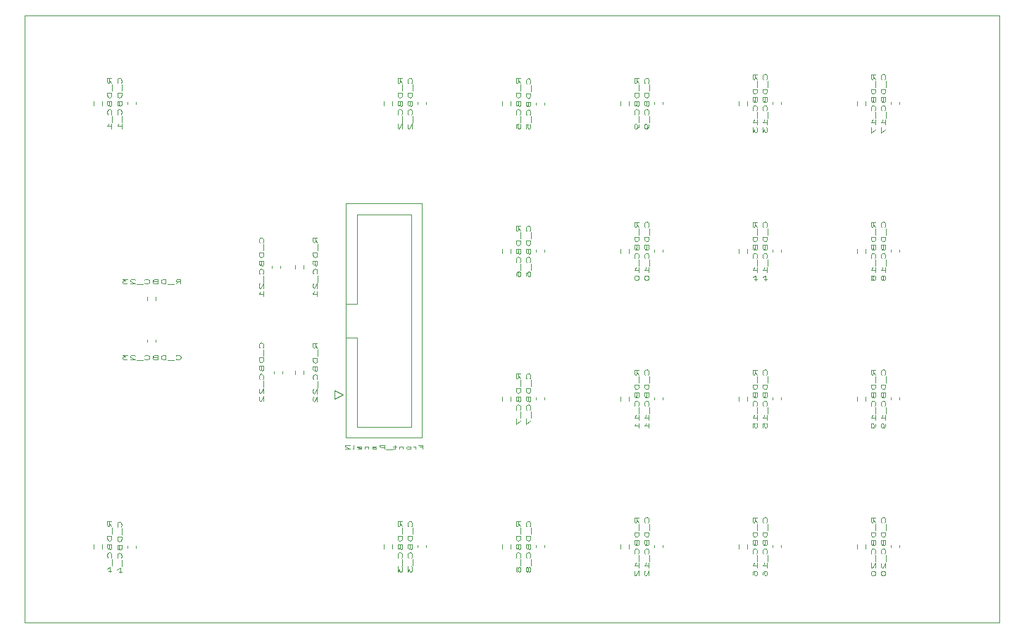
<source format=gbr>
%TF.GenerationSoftware,KiCad,Pcbnew,(6.0.7)*%
%TF.CreationDate,2022-10-17T13:11:33-04:00*%
%TF.ProjectId,FrontPanel,46726f6e-7450-4616-9e65-6c2e6b696361,rev?*%
%TF.SameCoordinates,Original*%
%TF.FileFunction,Legend,Bot*%
%TF.FilePolarity,Positive*%
%FSLAX46Y46*%
G04 Gerber Fmt 4.6, Leading zero omitted, Abs format (unit mm)*
G04 Created by KiCad (PCBNEW (6.0.7)) date 2022-10-17 13:11:33*
%MOMM*%
%LPD*%
G01*
G04 APERTURE LIST*
%TA.AperFunction,Profile*%
%ADD10C,0.100000*%
%TD*%
%ADD11C,0.125000*%
%ADD12C,0.120000*%
G04 APERTURE END LIST*
D10*
X156870400Y-13335000D02*
X274066000Y-13335000D01*
X274066000Y-13335000D02*
X274066000Y-86360000D01*
X274066000Y-86360000D02*
X156870400Y-86360000D01*
X156870400Y-86360000D02*
X156870400Y-13335000D01*
D11*
%TO.C,R_DBC_8*%
X216438590Y-74787428D02*
X216200495Y-74454095D01*
X216438590Y-74216000D02*
X215938590Y-74216000D01*
X215938590Y-74596952D01*
X215962400Y-74692190D01*
X215986209Y-74739809D01*
X216033828Y-74787428D01*
X216105257Y-74787428D01*
X216152876Y-74739809D01*
X216176685Y-74692190D01*
X216200495Y-74596952D01*
X216200495Y-74216000D01*
X216486209Y-74977904D02*
X216486209Y-75739809D01*
X216438590Y-75977904D02*
X215938590Y-75977904D01*
X215938590Y-76216000D01*
X215962400Y-76358857D01*
X216010019Y-76454095D01*
X216057638Y-76501714D01*
X216152876Y-76549333D01*
X216224304Y-76549333D01*
X216319542Y-76501714D01*
X216367161Y-76454095D01*
X216414780Y-76358857D01*
X216438590Y-76216000D01*
X216438590Y-75977904D01*
X216176685Y-77311238D02*
X216200495Y-77454095D01*
X216224304Y-77501714D01*
X216271923Y-77549333D01*
X216343352Y-77549333D01*
X216390971Y-77501714D01*
X216414780Y-77454095D01*
X216438590Y-77358857D01*
X216438590Y-76977904D01*
X215938590Y-76977904D01*
X215938590Y-77311238D01*
X215962400Y-77406476D01*
X215986209Y-77454095D01*
X216033828Y-77501714D01*
X216081447Y-77501714D01*
X216129066Y-77454095D01*
X216152876Y-77406476D01*
X216176685Y-77311238D01*
X216176685Y-76977904D01*
X216390971Y-78549333D02*
X216414780Y-78501714D01*
X216438590Y-78358857D01*
X216438590Y-78263619D01*
X216414780Y-78120761D01*
X216367161Y-78025523D01*
X216319542Y-77977904D01*
X216224304Y-77930285D01*
X216152876Y-77930285D01*
X216057638Y-77977904D01*
X216010019Y-78025523D01*
X215962400Y-78120761D01*
X215938590Y-78263619D01*
X215938590Y-78358857D01*
X215962400Y-78501714D01*
X215986209Y-78549333D01*
X216486209Y-78739809D02*
X216486209Y-79501714D01*
X216152876Y-79882666D02*
X216129066Y-79787428D01*
X216105257Y-79739809D01*
X216057638Y-79692190D01*
X216033828Y-79692190D01*
X215986209Y-79739809D01*
X215962400Y-79787428D01*
X215938590Y-79882666D01*
X215938590Y-80073142D01*
X215962400Y-80168380D01*
X215986209Y-80216000D01*
X216033828Y-80263619D01*
X216057638Y-80263619D01*
X216105257Y-80216000D01*
X216129066Y-80168380D01*
X216152876Y-80073142D01*
X216152876Y-79882666D01*
X216176685Y-79787428D01*
X216200495Y-79739809D01*
X216248114Y-79692190D01*
X216343352Y-79692190D01*
X216390971Y-79739809D01*
X216414780Y-79787428D01*
X216438590Y-79882666D01*
X216438590Y-80073142D01*
X216414780Y-80168380D01*
X216390971Y-80216000D01*
X216343352Y-80263619D01*
X216248114Y-80263619D01*
X216200495Y-80216000D01*
X216176685Y-80168380D01*
X216152876Y-80073142D01*
%TO.C,C_DBC_3*%
X203370971Y-74787428D02*
X203394780Y-74739809D01*
X203418590Y-74596952D01*
X203418590Y-74501714D01*
X203394780Y-74358857D01*
X203347161Y-74263619D01*
X203299542Y-74216000D01*
X203204304Y-74168380D01*
X203132876Y-74168380D01*
X203037638Y-74216000D01*
X202990019Y-74263619D01*
X202942400Y-74358857D01*
X202918590Y-74501714D01*
X202918590Y-74596952D01*
X202942400Y-74739809D01*
X202966209Y-74787428D01*
X203466209Y-74977904D02*
X203466209Y-75739809D01*
X203418590Y-75977904D02*
X202918590Y-75977904D01*
X202918590Y-76216000D01*
X202942400Y-76358857D01*
X202990019Y-76454095D01*
X203037638Y-76501714D01*
X203132876Y-76549333D01*
X203204304Y-76549333D01*
X203299542Y-76501714D01*
X203347161Y-76454095D01*
X203394780Y-76358857D01*
X203418590Y-76216000D01*
X203418590Y-75977904D01*
X203156685Y-77311238D02*
X203180495Y-77454095D01*
X203204304Y-77501714D01*
X203251923Y-77549333D01*
X203323352Y-77549333D01*
X203370971Y-77501714D01*
X203394780Y-77454095D01*
X203418590Y-77358857D01*
X203418590Y-76977904D01*
X202918590Y-76977904D01*
X202918590Y-77311238D01*
X202942400Y-77406476D01*
X202966209Y-77454095D01*
X203013828Y-77501714D01*
X203061447Y-77501714D01*
X203109066Y-77454095D01*
X203132876Y-77406476D01*
X203156685Y-77311238D01*
X203156685Y-76977904D01*
X203370971Y-78549333D02*
X203394780Y-78501714D01*
X203418590Y-78358857D01*
X203418590Y-78263619D01*
X203394780Y-78120761D01*
X203347161Y-78025523D01*
X203299542Y-77977904D01*
X203204304Y-77930285D01*
X203132876Y-77930285D01*
X203037638Y-77977904D01*
X202990019Y-78025523D01*
X202942400Y-78120761D01*
X202918590Y-78263619D01*
X202918590Y-78358857D01*
X202942400Y-78501714D01*
X202966209Y-78549333D01*
X203466209Y-78739809D02*
X203466209Y-79501714D01*
X202918590Y-79644571D02*
X202918590Y-80263619D01*
X203109066Y-79930285D01*
X203109066Y-80073142D01*
X203132876Y-80168380D01*
X203156685Y-80216000D01*
X203204304Y-80263619D01*
X203323352Y-80263619D01*
X203370971Y-80216000D01*
X203394780Y-80168380D01*
X203418590Y-80073142D01*
X203418590Y-79787428D01*
X203394780Y-79692190D01*
X203370971Y-79644571D01*
%TO.C,C_DBC_2*%
X203370971Y-21447428D02*
X203394780Y-21399809D01*
X203418590Y-21256952D01*
X203418590Y-21161714D01*
X203394780Y-21018857D01*
X203347161Y-20923619D01*
X203299542Y-20876000D01*
X203204304Y-20828380D01*
X203132876Y-20828380D01*
X203037638Y-20876000D01*
X202990019Y-20923619D01*
X202942400Y-21018857D01*
X202918590Y-21161714D01*
X202918590Y-21256952D01*
X202942400Y-21399809D01*
X202966209Y-21447428D01*
X203466209Y-21637904D02*
X203466209Y-22399809D01*
X203418590Y-22637904D02*
X202918590Y-22637904D01*
X202918590Y-22876000D01*
X202942400Y-23018857D01*
X202990019Y-23114095D01*
X203037638Y-23161714D01*
X203132876Y-23209333D01*
X203204304Y-23209333D01*
X203299542Y-23161714D01*
X203347161Y-23114095D01*
X203394780Y-23018857D01*
X203418590Y-22876000D01*
X203418590Y-22637904D01*
X203156685Y-23971238D02*
X203180495Y-24114095D01*
X203204304Y-24161714D01*
X203251923Y-24209333D01*
X203323352Y-24209333D01*
X203370971Y-24161714D01*
X203394780Y-24114095D01*
X203418590Y-24018857D01*
X203418590Y-23637904D01*
X202918590Y-23637904D01*
X202918590Y-23971238D01*
X202942400Y-24066476D01*
X202966209Y-24114095D01*
X203013828Y-24161714D01*
X203061447Y-24161714D01*
X203109066Y-24114095D01*
X203132876Y-24066476D01*
X203156685Y-23971238D01*
X203156685Y-23637904D01*
X203370971Y-25209333D02*
X203394780Y-25161714D01*
X203418590Y-25018857D01*
X203418590Y-24923619D01*
X203394780Y-24780761D01*
X203347161Y-24685523D01*
X203299542Y-24637904D01*
X203204304Y-24590285D01*
X203132876Y-24590285D01*
X203037638Y-24637904D01*
X202990019Y-24685523D01*
X202942400Y-24780761D01*
X202918590Y-24923619D01*
X202918590Y-25018857D01*
X202942400Y-25161714D01*
X202966209Y-25209333D01*
X203466209Y-25399809D02*
X203466209Y-26161714D01*
X202966209Y-26352190D02*
X202942400Y-26399809D01*
X202918590Y-26495047D01*
X202918590Y-26733142D01*
X202942400Y-26828380D01*
X202966209Y-26876000D01*
X203013828Y-26923619D01*
X203061447Y-26923619D01*
X203132876Y-26876000D01*
X203418590Y-26304571D01*
X203418590Y-26923619D01*
%TO.C,C_DBC_5*%
X217594971Y-21497428D02*
X217618780Y-21449809D01*
X217642590Y-21306952D01*
X217642590Y-21211714D01*
X217618780Y-21068857D01*
X217571161Y-20973619D01*
X217523542Y-20926000D01*
X217428304Y-20878380D01*
X217356876Y-20878380D01*
X217261638Y-20926000D01*
X217214019Y-20973619D01*
X217166400Y-21068857D01*
X217142590Y-21211714D01*
X217142590Y-21306952D01*
X217166400Y-21449809D01*
X217190209Y-21497428D01*
X217690209Y-21687904D02*
X217690209Y-22449809D01*
X217642590Y-22687904D02*
X217142590Y-22687904D01*
X217142590Y-22926000D01*
X217166400Y-23068857D01*
X217214019Y-23164095D01*
X217261638Y-23211714D01*
X217356876Y-23259333D01*
X217428304Y-23259333D01*
X217523542Y-23211714D01*
X217571161Y-23164095D01*
X217618780Y-23068857D01*
X217642590Y-22926000D01*
X217642590Y-22687904D01*
X217380685Y-24021238D02*
X217404495Y-24164095D01*
X217428304Y-24211714D01*
X217475923Y-24259333D01*
X217547352Y-24259333D01*
X217594971Y-24211714D01*
X217618780Y-24164095D01*
X217642590Y-24068857D01*
X217642590Y-23687904D01*
X217142590Y-23687904D01*
X217142590Y-24021238D01*
X217166400Y-24116476D01*
X217190209Y-24164095D01*
X217237828Y-24211714D01*
X217285447Y-24211714D01*
X217333066Y-24164095D01*
X217356876Y-24116476D01*
X217380685Y-24021238D01*
X217380685Y-23687904D01*
X217594971Y-25259333D02*
X217618780Y-25211714D01*
X217642590Y-25068857D01*
X217642590Y-24973619D01*
X217618780Y-24830761D01*
X217571161Y-24735523D01*
X217523542Y-24687904D01*
X217428304Y-24640285D01*
X217356876Y-24640285D01*
X217261638Y-24687904D01*
X217214019Y-24735523D01*
X217166400Y-24830761D01*
X217142590Y-24973619D01*
X217142590Y-25068857D01*
X217166400Y-25211714D01*
X217190209Y-25259333D01*
X217690209Y-25449809D02*
X217690209Y-26211714D01*
X217142590Y-26926000D02*
X217142590Y-26449809D01*
X217380685Y-26402190D01*
X217356876Y-26449809D01*
X217333066Y-26545047D01*
X217333066Y-26783142D01*
X217356876Y-26878380D01*
X217380685Y-26926000D01*
X217428304Y-26973619D01*
X217547352Y-26973619D01*
X217594971Y-26926000D01*
X217618780Y-26878380D01*
X217642590Y-26783142D01*
X217642590Y-26545047D01*
X217618780Y-26449809D01*
X217594971Y-26402190D01*
%TO.C,C_DBC_6*%
X217594971Y-39227428D02*
X217618780Y-39179809D01*
X217642590Y-39036952D01*
X217642590Y-38941714D01*
X217618780Y-38798857D01*
X217571161Y-38703619D01*
X217523542Y-38656000D01*
X217428304Y-38608380D01*
X217356876Y-38608380D01*
X217261638Y-38656000D01*
X217214019Y-38703619D01*
X217166400Y-38798857D01*
X217142590Y-38941714D01*
X217142590Y-39036952D01*
X217166400Y-39179809D01*
X217190209Y-39227428D01*
X217690209Y-39417904D02*
X217690209Y-40179809D01*
X217642590Y-40417904D02*
X217142590Y-40417904D01*
X217142590Y-40656000D01*
X217166400Y-40798857D01*
X217214019Y-40894095D01*
X217261638Y-40941714D01*
X217356876Y-40989333D01*
X217428304Y-40989333D01*
X217523542Y-40941714D01*
X217571161Y-40894095D01*
X217618780Y-40798857D01*
X217642590Y-40656000D01*
X217642590Y-40417904D01*
X217380685Y-41751238D02*
X217404495Y-41894095D01*
X217428304Y-41941714D01*
X217475923Y-41989333D01*
X217547352Y-41989333D01*
X217594971Y-41941714D01*
X217618780Y-41894095D01*
X217642590Y-41798857D01*
X217642590Y-41417904D01*
X217142590Y-41417904D01*
X217142590Y-41751238D01*
X217166400Y-41846476D01*
X217190209Y-41894095D01*
X217237828Y-41941714D01*
X217285447Y-41941714D01*
X217333066Y-41894095D01*
X217356876Y-41846476D01*
X217380685Y-41751238D01*
X217380685Y-41417904D01*
X217594971Y-42989333D02*
X217618780Y-42941714D01*
X217642590Y-42798857D01*
X217642590Y-42703619D01*
X217618780Y-42560761D01*
X217571161Y-42465523D01*
X217523542Y-42417904D01*
X217428304Y-42370285D01*
X217356876Y-42370285D01*
X217261638Y-42417904D01*
X217214019Y-42465523D01*
X217166400Y-42560761D01*
X217142590Y-42703619D01*
X217142590Y-42798857D01*
X217166400Y-42941714D01*
X217190209Y-42989333D01*
X217690209Y-43179809D02*
X217690209Y-43941714D01*
X217142590Y-44608380D02*
X217142590Y-44417904D01*
X217166400Y-44322666D01*
X217190209Y-44275047D01*
X217261638Y-44179809D01*
X217356876Y-44132190D01*
X217547352Y-44132190D01*
X217594971Y-44179809D01*
X217618780Y-44227428D01*
X217642590Y-44322666D01*
X217642590Y-44513142D01*
X217618780Y-44608380D01*
X217594971Y-44656000D01*
X217547352Y-44703619D01*
X217428304Y-44703619D01*
X217380685Y-44656000D01*
X217356876Y-44608380D01*
X217333066Y-44513142D01*
X217333066Y-44322666D01*
X217356876Y-44227428D01*
X217380685Y-44179809D01*
X217428304Y-44132190D01*
%TO.C,R_DBC_5*%
X216438590Y-21447428D02*
X216200495Y-21114095D01*
X216438590Y-20876000D02*
X215938590Y-20876000D01*
X215938590Y-21256952D01*
X215962400Y-21352190D01*
X215986209Y-21399809D01*
X216033828Y-21447428D01*
X216105257Y-21447428D01*
X216152876Y-21399809D01*
X216176685Y-21352190D01*
X216200495Y-21256952D01*
X216200495Y-20876000D01*
X216486209Y-21637904D02*
X216486209Y-22399809D01*
X216438590Y-22637904D02*
X215938590Y-22637904D01*
X215938590Y-22876000D01*
X215962400Y-23018857D01*
X216010019Y-23114095D01*
X216057638Y-23161714D01*
X216152876Y-23209333D01*
X216224304Y-23209333D01*
X216319542Y-23161714D01*
X216367161Y-23114095D01*
X216414780Y-23018857D01*
X216438590Y-22876000D01*
X216438590Y-22637904D01*
X216176685Y-23971238D02*
X216200495Y-24114095D01*
X216224304Y-24161714D01*
X216271923Y-24209333D01*
X216343352Y-24209333D01*
X216390971Y-24161714D01*
X216414780Y-24114095D01*
X216438590Y-24018857D01*
X216438590Y-23637904D01*
X215938590Y-23637904D01*
X215938590Y-23971238D01*
X215962400Y-24066476D01*
X215986209Y-24114095D01*
X216033828Y-24161714D01*
X216081447Y-24161714D01*
X216129066Y-24114095D01*
X216152876Y-24066476D01*
X216176685Y-23971238D01*
X216176685Y-23637904D01*
X216390971Y-25209333D02*
X216414780Y-25161714D01*
X216438590Y-25018857D01*
X216438590Y-24923619D01*
X216414780Y-24780761D01*
X216367161Y-24685523D01*
X216319542Y-24637904D01*
X216224304Y-24590285D01*
X216152876Y-24590285D01*
X216057638Y-24637904D01*
X216010019Y-24685523D01*
X215962400Y-24780761D01*
X215938590Y-24923619D01*
X215938590Y-25018857D01*
X215962400Y-25161714D01*
X215986209Y-25209333D01*
X216486209Y-25399809D02*
X216486209Y-26161714D01*
X215938590Y-26876000D02*
X215938590Y-26399809D01*
X216176685Y-26352190D01*
X216152876Y-26399809D01*
X216129066Y-26495047D01*
X216129066Y-26733142D01*
X216152876Y-26828380D01*
X216176685Y-26876000D01*
X216224304Y-26923619D01*
X216343352Y-26923619D01*
X216390971Y-26876000D01*
X216414780Y-26828380D01*
X216438590Y-26733142D01*
X216438590Y-26495047D01*
X216414780Y-26399809D01*
X216390971Y-26352190D01*
%TO.C,R_DBC_4*%
X167289590Y-74787428D02*
X167051495Y-74454095D01*
X167289590Y-74216000D02*
X166789590Y-74216000D01*
X166789590Y-74596952D01*
X166813400Y-74692190D01*
X166837209Y-74739809D01*
X166884828Y-74787428D01*
X166956257Y-74787428D01*
X167003876Y-74739809D01*
X167027685Y-74692190D01*
X167051495Y-74596952D01*
X167051495Y-74216000D01*
X167337209Y-74977904D02*
X167337209Y-75739809D01*
X167289590Y-75977904D02*
X166789590Y-75977904D01*
X166789590Y-76216000D01*
X166813400Y-76358857D01*
X166861019Y-76454095D01*
X166908638Y-76501714D01*
X167003876Y-76549333D01*
X167075304Y-76549333D01*
X167170542Y-76501714D01*
X167218161Y-76454095D01*
X167265780Y-76358857D01*
X167289590Y-76216000D01*
X167289590Y-75977904D01*
X167027685Y-77311238D02*
X167051495Y-77454095D01*
X167075304Y-77501714D01*
X167122923Y-77549333D01*
X167194352Y-77549333D01*
X167241971Y-77501714D01*
X167265780Y-77454095D01*
X167289590Y-77358857D01*
X167289590Y-76977904D01*
X166789590Y-76977904D01*
X166789590Y-77311238D01*
X166813400Y-77406476D01*
X166837209Y-77454095D01*
X166884828Y-77501714D01*
X166932447Y-77501714D01*
X166980066Y-77454095D01*
X167003876Y-77406476D01*
X167027685Y-77311238D01*
X167027685Y-76977904D01*
X167241971Y-78549333D02*
X167265780Y-78501714D01*
X167289590Y-78358857D01*
X167289590Y-78263619D01*
X167265780Y-78120761D01*
X167218161Y-78025523D01*
X167170542Y-77977904D01*
X167075304Y-77930285D01*
X167003876Y-77930285D01*
X166908638Y-77977904D01*
X166861019Y-78025523D01*
X166813400Y-78120761D01*
X166789590Y-78263619D01*
X166789590Y-78358857D01*
X166813400Y-78501714D01*
X166837209Y-78549333D01*
X167337209Y-78739809D02*
X167337209Y-79501714D01*
X166956257Y-80168380D02*
X167289590Y-80168380D01*
X166765780Y-79930285D02*
X167122923Y-79692190D01*
X167122923Y-80311238D01*
%TO.C,R_DBC_20*%
X259110590Y-74311238D02*
X258872495Y-73977904D01*
X259110590Y-73739809D02*
X258610590Y-73739809D01*
X258610590Y-74120761D01*
X258634400Y-74216000D01*
X258658209Y-74263619D01*
X258705828Y-74311238D01*
X258777257Y-74311238D01*
X258824876Y-74263619D01*
X258848685Y-74216000D01*
X258872495Y-74120761D01*
X258872495Y-73739809D01*
X259158209Y-74501714D02*
X259158209Y-75263619D01*
X259110590Y-75501714D02*
X258610590Y-75501714D01*
X258610590Y-75739809D01*
X258634400Y-75882666D01*
X258682019Y-75977904D01*
X258729638Y-76025523D01*
X258824876Y-76073142D01*
X258896304Y-76073142D01*
X258991542Y-76025523D01*
X259039161Y-75977904D01*
X259086780Y-75882666D01*
X259110590Y-75739809D01*
X259110590Y-75501714D01*
X258848685Y-76835047D02*
X258872495Y-76977904D01*
X258896304Y-77025523D01*
X258943923Y-77073142D01*
X259015352Y-77073142D01*
X259062971Y-77025523D01*
X259086780Y-76977904D01*
X259110590Y-76882666D01*
X259110590Y-76501714D01*
X258610590Y-76501714D01*
X258610590Y-76835047D01*
X258634400Y-76930285D01*
X258658209Y-76977904D01*
X258705828Y-77025523D01*
X258753447Y-77025523D01*
X258801066Y-76977904D01*
X258824876Y-76930285D01*
X258848685Y-76835047D01*
X258848685Y-76501714D01*
X259062971Y-78073142D02*
X259086780Y-78025523D01*
X259110590Y-77882666D01*
X259110590Y-77787428D01*
X259086780Y-77644571D01*
X259039161Y-77549333D01*
X258991542Y-77501714D01*
X258896304Y-77454095D01*
X258824876Y-77454095D01*
X258729638Y-77501714D01*
X258682019Y-77549333D01*
X258634400Y-77644571D01*
X258610590Y-77787428D01*
X258610590Y-77882666D01*
X258634400Y-78025523D01*
X258658209Y-78073142D01*
X259158209Y-78263619D02*
X259158209Y-79025523D01*
X258658209Y-79216000D02*
X258634400Y-79263619D01*
X258610590Y-79358857D01*
X258610590Y-79596952D01*
X258634400Y-79692190D01*
X258658209Y-79739809D01*
X258705828Y-79787428D01*
X258753447Y-79787428D01*
X258824876Y-79739809D01*
X259110590Y-79168380D01*
X259110590Y-79787428D01*
X258610590Y-80406476D02*
X258610590Y-80501714D01*
X258634400Y-80596952D01*
X258658209Y-80644571D01*
X258705828Y-80692190D01*
X258801066Y-80739809D01*
X258920114Y-80739809D01*
X259015352Y-80692190D01*
X259062971Y-80644571D01*
X259086780Y-80596952D01*
X259110590Y-80501714D01*
X259110590Y-80406476D01*
X259086780Y-80311238D01*
X259062971Y-80263619D01*
X259015352Y-80216000D01*
X258920114Y-80168380D01*
X258801066Y-80168380D01*
X258705828Y-80216000D01*
X258658209Y-80263619D01*
X258634400Y-80311238D01*
X258610590Y-80406476D01*
%TO.C,C_DBC_9*%
X231818971Y-21447428D02*
X231842780Y-21399809D01*
X231866590Y-21256952D01*
X231866590Y-21161714D01*
X231842780Y-21018857D01*
X231795161Y-20923619D01*
X231747542Y-20876000D01*
X231652304Y-20828380D01*
X231580876Y-20828380D01*
X231485638Y-20876000D01*
X231438019Y-20923619D01*
X231390400Y-21018857D01*
X231366590Y-21161714D01*
X231366590Y-21256952D01*
X231390400Y-21399809D01*
X231414209Y-21447428D01*
X231914209Y-21637904D02*
X231914209Y-22399809D01*
X231866590Y-22637904D02*
X231366590Y-22637904D01*
X231366590Y-22876000D01*
X231390400Y-23018857D01*
X231438019Y-23114095D01*
X231485638Y-23161714D01*
X231580876Y-23209333D01*
X231652304Y-23209333D01*
X231747542Y-23161714D01*
X231795161Y-23114095D01*
X231842780Y-23018857D01*
X231866590Y-22876000D01*
X231866590Y-22637904D01*
X231604685Y-23971238D02*
X231628495Y-24114095D01*
X231652304Y-24161714D01*
X231699923Y-24209333D01*
X231771352Y-24209333D01*
X231818971Y-24161714D01*
X231842780Y-24114095D01*
X231866590Y-24018857D01*
X231866590Y-23637904D01*
X231366590Y-23637904D01*
X231366590Y-23971238D01*
X231390400Y-24066476D01*
X231414209Y-24114095D01*
X231461828Y-24161714D01*
X231509447Y-24161714D01*
X231557066Y-24114095D01*
X231580876Y-24066476D01*
X231604685Y-23971238D01*
X231604685Y-23637904D01*
X231818971Y-25209333D02*
X231842780Y-25161714D01*
X231866590Y-25018857D01*
X231866590Y-24923619D01*
X231842780Y-24780761D01*
X231795161Y-24685523D01*
X231747542Y-24637904D01*
X231652304Y-24590285D01*
X231580876Y-24590285D01*
X231485638Y-24637904D01*
X231438019Y-24685523D01*
X231390400Y-24780761D01*
X231366590Y-24923619D01*
X231366590Y-25018857D01*
X231390400Y-25161714D01*
X231414209Y-25209333D01*
X231914209Y-25399809D02*
X231914209Y-26161714D01*
X231866590Y-26447428D02*
X231866590Y-26637904D01*
X231842780Y-26733142D01*
X231818971Y-26780761D01*
X231747542Y-26876000D01*
X231652304Y-26923619D01*
X231461828Y-26923619D01*
X231414209Y-26876000D01*
X231390400Y-26828380D01*
X231366590Y-26733142D01*
X231366590Y-26542666D01*
X231390400Y-26447428D01*
X231414209Y-26399809D01*
X231461828Y-26352190D01*
X231580876Y-26352190D01*
X231628495Y-26399809D01*
X231652304Y-26447428D01*
X231676114Y-26542666D01*
X231676114Y-26733142D01*
X231652304Y-26828380D01*
X231628495Y-26876000D01*
X231580876Y-26923619D01*
%TO.C,C_DBC_17*%
X260266971Y-20971238D02*
X260290780Y-20923619D01*
X260314590Y-20780761D01*
X260314590Y-20685523D01*
X260290780Y-20542666D01*
X260243161Y-20447428D01*
X260195542Y-20399809D01*
X260100304Y-20352190D01*
X260028876Y-20352190D01*
X259933638Y-20399809D01*
X259886019Y-20447428D01*
X259838400Y-20542666D01*
X259814590Y-20685523D01*
X259814590Y-20780761D01*
X259838400Y-20923619D01*
X259862209Y-20971238D01*
X260362209Y-21161714D02*
X260362209Y-21923619D01*
X260314590Y-22161714D02*
X259814590Y-22161714D01*
X259814590Y-22399809D01*
X259838400Y-22542666D01*
X259886019Y-22637904D01*
X259933638Y-22685523D01*
X260028876Y-22733142D01*
X260100304Y-22733142D01*
X260195542Y-22685523D01*
X260243161Y-22637904D01*
X260290780Y-22542666D01*
X260314590Y-22399809D01*
X260314590Y-22161714D01*
X260052685Y-23495047D02*
X260076495Y-23637904D01*
X260100304Y-23685523D01*
X260147923Y-23733142D01*
X260219352Y-23733142D01*
X260266971Y-23685523D01*
X260290780Y-23637904D01*
X260314590Y-23542666D01*
X260314590Y-23161714D01*
X259814590Y-23161714D01*
X259814590Y-23495047D01*
X259838400Y-23590285D01*
X259862209Y-23637904D01*
X259909828Y-23685523D01*
X259957447Y-23685523D01*
X260005066Y-23637904D01*
X260028876Y-23590285D01*
X260052685Y-23495047D01*
X260052685Y-23161714D01*
X260266971Y-24733142D02*
X260290780Y-24685523D01*
X260314590Y-24542666D01*
X260314590Y-24447428D01*
X260290780Y-24304571D01*
X260243161Y-24209333D01*
X260195542Y-24161714D01*
X260100304Y-24114095D01*
X260028876Y-24114095D01*
X259933638Y-24161714D01*
X259886019Y-24209333D01*
X259838400Y-24304571D01*
X259814590Y-24447428D01*
X259814590Y-24542666D01*
X259838400Y-24685523D01*
X259862209Y-24733142D01*
X260362209Y-24923619D02*
X260362209Y-25685523D01*
X260314590Y-26447428D02*
X260314590Y-25876000D01*
X260314590Y-26161714D02*
X259814590Y-26161714D01*
X259886019Y-26066476D01*
X259933638Y-25971238D01*
X259957447Y-25876000D01*
X259814590Y-26780761D02*
X259814590Y-27447428D01*
X260314590Y-27018857D01*
%TO.C,C_DBC_23*%
X175015161Y-54661571D02*
X175062780Y-54685380D01*
X175205638Y-54709190D01*
X175300876Y-54709190D01*
X175443733Y-54685380D01*
X175538971Y-54637761D01*
X175586590Y-54590142D01*
X175634209Y-54494904D01*
X175634209Y-54423476D01*
X175586590Y-54328238D01*
X175538971Y-54280619D01*
X175443733Y-54233000D01*
X175300876Y-54209190D01*
X175205638Y-54209190D01*
X175062780Y-54233000D01*
X175015161Y-54256809D01*
X174824685Y-54756809D02*
X174062780Y-54756809D01*
X173824685Y-54709190D02*
X173824685Y-54209190D01*
X173586590Y-54209190D01*
X173443733Y-54233000D01*
X173348495Y-54280619D01*
X173300876Y-54328238D01*
X173253257Y-54423476D01*
X173253257Y-54494904D01*
X173300876Y-54590142D01*
X173348495Y-54637761D01*
X173443733Y-54685380D01*
X173586590Y-54709190D01*
X173824685Y-54709190D01*
X172491352Y-54447285D02*
X172348495Y-54471095D01*
X172300876Y-54494904D01*
X172253257Y-54542523D01*
X172253257Y-54613952D01*
X172300876Y-54661571D01*
X172348495Y-54685380D01*
X172443733Y-54709190D01*
X172824685Y-54709190D01*
X172824685Y-54209190D01*
X172491352Y-54209190D01*
X172396114Y-54233000D01*
X172348495Y-54256809D01*
X172300876Y-54304428D01*
X172300876Y-54352047D01*
X172348495Y-54399666D01*
X172396114Y-54423476D01*
X172491352Y-54447285D01*
X172824685Y-54447285D01*
X171253257Y-54661571D02*
X171300876Y-54685380D01*
X171443733Y-54709190D01*
X171538971Y-54709190D01*
X171681828Y-54685380D01*
X171777066Y-54637761D01*
X171824685Y-54590142D01*
X171872304Y-54494904D01*
X171872304Y-54423476D01*
X171824685Y-54328238D01*
X171777066Y-54280619D01*
X171681828Y-54233000D01*
X171538971Y-54209190D01*
X171443733Y-54209190D01*
X171300876Y-54233000D01*
X171253257Y-54256809D01*
X171062780Y-54756809D02*
X170300876Y-54756809D01*
X170110400Y-54256809D02*
X170062780Y-54233000D01*
X169967542Y-54209190D01*
X169729447Y-54209190D01*
X169634209Y-54233000D01*
X169586590Y-54256809D01*
X169538971Y-54304428D01*
X169538971Y-54352047D01*
X169586590Y-54423476D01*
X170158019Y-54709190D01*
X169538971Y-54709190D01*
X169205638Y-54209190D02*
X168586590Y-54209190D01*
X168919923Y-54399666D01*
X168777066Y-54399666D01*
X168681828Y-54423476D01*
X168634209Y-54447285D01*
X168586590Y-54494904D01*
X168586590Y-54613952D01*
X168634209Y-54661571D01*
X168681828Y-54685380D01*
X168777066Y-54709190D01*
X169062780Y-54709190D01*
X169158019Y-54685380D01*
X169205638Y-54661571D01*
%TO.C,R_DBC_15*%
X244886590Y-56531238D02*
X244648495Y-56197904D01*
X244886590Y-55959809D02*
X244386590Y-55959809D01*
X244386590Y-56340761D01*
X244410400Y-56436000D01*
X244434209Y-56483619D01*
X244481828Y-56531238D01*
X244553257Y-56531238D01*
X244600876Y-56483619D01*
X244624685Y-56436000D01*
X244648495Y-56340761D01*
X244648495Y-55959809D01*
X244934209Y-56721714D02*
X244934209Y-57483619D01*
X244886590Y-57721714D02*
X244386590Y-57721714D01*
X244386590Y-57959809D01*
X244410400Y-58102666D01*
X244458019Y-58197904D01*
X244505638Y-58245523D01*
X244600876Y-58293142D01*
X244672304Y-58293142D01*
X244767542Y-58245523D01*
X244815161Y-58197904D01*
X244862780Y-58102666D01*
X244886590Y-57959809D01*
X244886590Y-57721714D01*
X244624685Y-59055047D02*
X244648495Y-59197904D01*
X244672304Y-59245523D01*
X244719923Y-59293142D01*
X244791352Y-59293142D01*
X244838971Y-59245523D01*
X244862780Y-59197904D01*
X244886590Y-59102666D01*
X244886590Y-58721714D01*
X244386590Y-58721714D01*
X244386590Y-59055047D01*
X244410400Y-59150285D01*
X244434209Y-59197904D01*
X244481828Y-59245523D01*
X244529447Y-59245523D01*
X244577066Y-59197904D01*
X244600876Y-59150285D01*
X244624685Y-59055047D01*
X244624685Y-58721714D01*
X244838971Y-60293142D02*
X244862780Y-60245523D01*
X244886590Y-60102666D01*
X244886590Y-60007428D01*
X244862780Y-59864571D01*
X244815161Y-59769333D01*
X244767542Y-59721714D01*
X244672304Y-59674095D01*
X244600876Y-59674095D01*
X244505638Y-59721714D01*
X244458019Y-59769333D01*
X244410400Y-59864571D01*
X244386590Y-60007428D01*
X244386590Y-60102666D01*
X244410400Y-60245523D01*
X244434209Y-60293142D01*
X244934209Y-60483619D02*
X244934209Y-61245523D01*
X244886590Y-62007428D02*
X244886590Y-61436000D01*
X244886590Y-61721714D02*
X244386590Y-61721714D01*
X244458019Y-61626476D01*
X244505638Y-61531238D01*
X244529447Y-61436000D01*
X244386590Y-62912190D02*
X244386590Y-62436000D01*
X244624685Y-62388380D01*
X244600876Y-62436000D01*
X244577066Y-62531238D01*
X244577066Y-62769333D01*
X244600876Y-62864571D01*
X244624685Y-62912190D01*
X244672304Y-62959809D01*
X244791352Y-62959809D01*
X244838971Y-62912190D01*
X244862780Y-62864571D01*
X244886590Y-62769333D01*
X244886590Y-62531238D01*
X244862780Y-62436000D01*
X244838971Y-62388380D01*
%TO.C,C_DBC_12*%
X231818971Y-74311238D02*
X231842780Y-74263619D01*
X231866590Y-74120761D01*
X231866590Y-74025523D01*
X231842780Y-73882666D01*
X231795161Y-73787428D01*
X231747542Y-73739809D01*
X231652304Y-73692190D01*
X231580876Y-73692190D01*
X231485638Y-73739809D01*
X231438019Y-73787428D01*
X231390400Y-73882666D01*
X231366590Y-74025523D01*
X231366590Y-74120761D01*
X231390400Y-74263619D01*
X231414209Y-74311238D01*
X231914209Y-74501714D02*
X231914209Y-75263619D01*
X231866590Y-75501714D02*
X231366590Y-75501714D01*
X231366590Y-75739809D01*
X231390400Y-75882666D01*
X231438019Y-75977904D01*
X231485638Y-76025523D01*
X231580876Y-76073142D01*
X231652304Y-76073142D01*
X231747542Y-76025523D01*
X231795161Y-75977904D01*
X231842780Y-75882666D01*
X231866590Y-75739809D01*
X231866590Y-75501714D01*
X231604685Y-76835047D02*
X231628495Y-76977904D01*
X231652304Y-77025523D01*
X231699923Y-77073142D01*
X231771352Y-77073142D01*
X231818971Y-77025523D01*
X231842780Y-76977904D01*
X231866590Y-76882666D01*
X231866590Y-76501714D01*
X231366590Y-76501714D01*
X231366590Y-76835047D01*
X231390400Y-76930285D01*
X231414209Y-76977904D01*
X231461828Y-77025523D01*
X231509447Y-77025523D01*
X231557066Y-76977904D01*
X231580876Y-76930285D01*
X231604685Y-76835047D01*
X231604685Y-76501714D01*
X231818971Y-78073142D02*
X231842780Y-78025523D01*
X231866590Y-77882666D01*
X231866590Y-77787428D01*
X231842780Y-77644571D01*
X231795161Y-77549333D01*
X231747542Y-77501714D01*
X231652304Y-77454095D01*
X231580876Y-77454095D01*
X231485638Y-77501714D01*
X231438019Y-77549333D01*
X231390400Y-77644571D01*
X231366590Y-77787428D01*
X231366590Y-77882666D01*
X231390400Y-78025523D01*
X231414209Y-78073142D01*
X231914209Y-78263619D02*
X231914209Y-79025523D01*
X231866590Y-79787428D02*
X231866590Y-79216000D01*
X231866590Y-79501714D02*
X231366590Y-79501714D01*
X231438019Y-79406476D01*
X231485638Y-79311238D01*
X231509447Y-79216000D01*
X231414209Y-80168380D02*
X231390400Y-80216000D01*
X231366590Y-80311238D01*
X231366590Y-80549333D01*
X231390400Y-80644571D01*
X231414209Y-80692190D01*
X231461828Y-80739809D01*
X231509447Y-80739809D01*
X231580876Y-80692190D01*
X231866590Y-80120761D01*
X231866590Y-80739809D01*
%TO.C,R_DBC_7*%
X216438590Y-57007428D02*
X216200495Y-56674095D01*
X216438590Y-56436000D02*
X215938590Y-56436000D01*
X215938590Y-56816952D01*
X215962400Y-56912190D01*
X215986209Y-56959809D01*
X216033828Y-57007428D01*
X216105257Y-57007428D01*
X216152876Y-56959809D01*
X216176685Y-56912190D01*
X216200495Y-56816952D01*
X216200495Y-56436000D01*
X216486209Y-57197904D02*
X216486209Y-57959809D01*
X216438590Y-58197904D02*
X215938590Y-58197904D01*
X215938590Y-58436000D01*
X215962400Y-58578857D01*
X216010019Y-58674095D01*
X216057638Y-58721714D01*
X216152876Y-58769333D01*
X216224304Y-58769333D01*
X216319542Y-58721714D01*
X216367161Y-58674095D01*
X216414780Y-58578857D01*
X216438590Y-58436000D01*
X216438590Y-58197904D01*
X216176685Y-59531238D02*
X216200495Y-59674095D01*
X216224304Y-59721714D01*
X216271923Y-59769333D01*
X216343352Y-59769333D01*
X216390971Y-59721714D01*
X216414780Y-59674095D01*
X216438590Y-59578857D01*
X216438590Y-59197904D01*
X215938590Y-59197904D01*
X215938590Y-59531238D01*
X215962400Y-59626476D01*
X215986209Y-59674095D01*
X216033828Y-59721714D01*
X216081447Y-59721714D01*
X216129066Y-59674095D01*
X216152876Y-59626476D01*
X216176685Y-59531238D01*
X216176685Y-59197904D01*
X216390971Y-60769333D02*
X216414780Y-60721714D01*
X216438590Y-60578857D01*
X216438590Y-60483619D01*
X216414780Y-60340761D01*
X216367161Y-60245523D01*
X216319542Y-60197904D01*
X216224304Y-60150285D01*
X216152876Y-60150285D01*
X216057638Y-60197904D01*
X216010019Y-60245523D01*
X215962400Y-60340761D01*
X215938590Y-60483619D01*
X215938590Y-60578857D01*
X215962400Y-60721714D01*
X215986209Y-60769333D01*
X216486209Y-60959809D02*
X216486209Y-61721714D01*
X215938590Y-61864571D02*
X215938590Y-62531238D01*
X216438590Y-62102666D01*
%TO.C,R_DBC_14*%
X244886590Y-38751238D02*
X244648495Y-38417904D01*
X244886590Y-38179809D02*
X244386590Y-38179809D01*
X244386590Y-38560761D01*
X244410400Y-38656000D01*
X244434209Y-38703619D01*
X244481828Y-38751238D01*
X244553257Y-38751238D01*
X244600876Y-38703619D01*
X244624685Y-38656000D01*
X244648495Y-38560761D01*
X244648495Y-38179809D01*
X244934209Y-38941714D02*
X244934209Y-39703619D01*
X244886590Y-39941714D02*
X244386590Y-39941714D01*
X244386590Y-40179809D01*
X244410400Y-40322666D01*
X244458019Y-40417904D01*
X244505638Y-40465523D01*
X244600876Y-40513142D01*
X244672304Y-40513142D01*
X244767542Y-40465523D01*
X244815161Y-40417904D01*
X244862780Y-40322666D01*
X244886590Y-40179809D01*
X244886590Y-39941714D01*
X244624685Y-41275047D02*
X244648495Y-41417904D01*
X244672304Y-41465523D01*
X244719923Y-41513142D01*
X244791352Y-41513142D01*
X244838971Y-41465523D01*
X244862780Y-41417904D01*
X244886590Y-41322666D01*
X244886590Y-40941714D01*
X244386590Y-40941714D01*
X244386590Y-41275047D01*
X244410400Y-41370285D01*
X244434209Y-41417904D01*
X244481828Y-41465523D01*
X244529447Y-41465523D01*
X244577066Y-41417904D01*
X244600876Y-41370285D01*
X244624685Y-41275047D01*
X244624685Y-40941714D01*
X244838971Y-42513142D02*
X244862780Y-42465523D01*
X244886590Y-42322666D01*
X244886590Y-42227428D01*
X244862780Y-42084571D01*
X244815161Y-41989333D01*
X244767542Y-41941714D01*
X244672304Y-41894095D01*
X244600876Y-41894095D01*
X244505638Y-41941714D01*
X244458019Y-41989333D01*
X244410400Y-42084571D01*
X244386590Y-42227428D01*
X244386590Y-42322666D01*
X244410400Y-42465523D01*
X244434209Y-42513142D01*
X244934209Y-42703619D02*
X244934209Y-43465523D01*
X244886590Y-44227428D02*
X244886590Y-43656000D01*
X244886590Y-43941714D02*
X244386590Y-43941714D01*
X244458019Y-43846476D01*
X244505638Y-43751238D01*
X244529447Y-43656000D01*
X244553257Y-45084571D02*
X244886590Y-45084571D01*
X244362780Y-44846476D02*
X244719923Y-44608380D01*
X244719923Y-45227428D01*
%TO.C,C_DBC_20*%
X260266971Y-74311238D02*
X260290780Y-74263619D01*
X260314590Y-74120761D01*
X260314590Y-74025523D01*
X260290780Y-73882666D01*
X260243161Y-73787428D01*
X260195542Y-73739809D01*
X260100304Y-73692190D01*
X260028876Y-73692190D01*
X259933638Y-73739809D01*
X259886019Y-73787428D01*
X259838400Y-73882666D01*
X259814590Y-74025523D01*
X259814590Y-74120761D01*
X259838400Y-74263619D01*
X259862209Y-74311238D01*
X260362209Y-74501714D02*
X260362209Y-75263619D01*
X260314590Y-75501714D02*
X259814590Y-75501714D01*
X259814590Y-75739809D01*
X259838400Y-75882666D01*
X259886019Y-75977904D01*
X259933638Y-76025523D01*
X260028876Y-76073142D01*
X260100304Y-76073142D01*
X260195542Y-76025523D01*
X260243161Y-75977904D01*
X260290780Y-75882666D01*
X260314590Y-75739809D01*
X260314590Y-75501714D01*
X260052685Y-76835047D02*
X260076495Y-76977904D01*
X260100304Y-77025523D01*
X260147923Y-77073142D01*
X260219352Y-77073142D01*
X260266971Y-77025523D01*
X260290780Y-76977904D01*
X260314590Y-76882666D01*
X260314590Y-76501714D01*
X259814590Y-76501714D01*
X259814590Y-76835047D01*
X259838400Y-76930285D01*
X259862209Y-76977904D01*
X259909828Y-77025523D01*
X259957447Y-77025523D01*
X260005066Y-76977904D01*
X260028876Y-76930285D01*
X260052685Y-76835047D01*
X260052685Y-76501714D01*
X260266971Y-78073142D02*
X260290780Y-78025523D01*
X260314590Y-77882666D01*
X260314590Y-77787428D01*
X260290780Y-77644571D01*
X260243161Y-77549333D01*
X260195542Y-77501714D01*
X260100304Y-77454095D01*
X260028876Y-77454095D01*
X259933638Y-77501714D01*
X259886019Y-77549333D01*
X259838400Y-77644571D01*
X259814590Y-77787428D01*
X259814590Y-77882666D01*
X259838400Y-78025523D01*
X259862209Y-78073142D01*
X260362209Y-78263619D02*
X260362209Y-79025523D01*
X259862209Y-79216000D02*
X259838400Y-79263619D01*
X259814590Y-79358857D01*
X259814590Y-79596952D01*
X259838400Y-79692190D01*
X259862209Y-79739809D01*
X259909828Y-79787428D01*
X259957447Y-79787428D01*
X260028876Y-79739809D01*
X260314590Y-79168380D01*
X260314590Y-79787428D01*
X259814590Y-80406476D02*
X259814590Y-80501714D01*
X259838400Y-80596952D01*
X259862209Y-80644571D01*
X259909828Y-80692190D01*
X260005066Y-80739809D01*
X260124114Y-80739809D01*
X260219352Y-80692190D01*
X260266971Y-80644571D01*
X260290780Y-80596952D01*
X260314590Y-80501714D01*
X260314590Y-80406476D01*
X260290780Y-80311238D01*
X260266971Y-80263619D01*
X260219352Y-80216000D01*
X260124114Y-80168380D01*
X260005066Y-80168380D01*
X259909828Y-80216000D01*
X259862209Y-80263619D01*
X259838400Y-80311238D01*
X259814590Y-80406476D01*
%TO.C,R_DBC_21*%
X192021590Y-40656238D02*
X191783495Y-40322904D01*
X192021590Y-40084809D02*
X191521590Y-40084809D01*
X191521590Y-40465761D01*
X191545400Y-40561000D01*
X191569209Y-40608619D01*
X191616828Y-40656238D01*
X191688257Y-40656238D01*
X191735876Y-40608619D01*
X191759685Y-40561000D01*
X191783495Y-40465761D01*
X191783495Y-40084809D01*
X192069209Y-40846714D02*
X192069209Y-41608619D01*
X192021590Y-41846714D02*
X191521590Y-41846714D01*
X191521590Y-42084809D01*
X191545400Y-42227666D01*
X191593019Y-42322904D01*
X191640638Y-42370523D01*
X191735876Y-42418142D01*
X191807304Y-42418142D01*
X191902542Y-42370523D01*
X191950161Y-42322904D01*
X191997780Y-42227666D01*
X192021590Y-42084809D01*
X192021590Y-41846714D01*
X191759685Y-43180047D02*
X191783495Y-43322904D01*
X191807304Y-43370523D01*
X191854923Y-43418142D01*
X191926352Y-43418142D01*
X191973971Y-43370523D01*
X191997780Y-43322904D01*
X192021590Y-43227666D01*
X192021590Y-42846714D01*
X191521590Y-42846714D01*
X191521590Y-43180047D01*
X191545400Y-43275285D01*
X191569209Y-43322904D01*
X191616828Y-43370523D01*
X191664447Y-43370523D01*
X191712066Y-43322904D01*
X191735876Y-43275285D01*
X191759685Y-43180047D01*
X191759685Y-42846714D01*
X191973971Y-44418142D02*
X191997780Y-44370523D01*
X192021590Y-44227666D01*
X192021590Y-44132428D01*
X191997780Y-43989571D01*
X191950161Y-43894333D01*
X191902542Y-43846714D01*
X191807304Y-43799095D01*
X191735876Y-43799095D01*
X191640638Y-43846714D01*
X191593019Y-43894333D01*
X191545400Y-43989571D01*
X191521590Y-44132428D01*
X191521590Y-44227666D01*
X191545400Y-44370523D01*
X191569209Y-44418142D01*
X192069209Y-44608619D02*
X192069209Y-45370523D01*
X191569209Y-45561000D02*
X191545400Y-45608619D01*
X191521590Y-45703857D01*
X191521590Y-45941952D01*
X191545400Y-46037190D01*
X191569209Y-46084809D01*
X191616828Y-46132428D01*
X191664447Y-46132428D01*
X191735876Y-46084809D01*
X192021590Y-45513380D01*
X192021590Y-46132428D01*
X192021590Y-47084809D02*
X192021590Y-46513380D01*
X192021590Y-46799095D02*
X191521590Y-46799095D01*
X191593019Y-46703857D01*
X191640638Y-46608619D01*
X191664447Y-46513380D01*
%TO.C,R_DBC_23*%
X175015161Y-45565190D02*
X175348495Y-45327095D01*
X175586590Y-45565190D02*
X175586590Y-45065190D01*
X175205638Y-45065190D01*
X175110400Y-45089000D01*
X175062780Y-45112809D01*
X175015161Y-45160428D01*
X175015161Y-45231857D01*
X175062780Y-45279476D01*
X175110400Y-45303285D01*
X175205638Y-45327095D01*
X175586590Y-45327095D01*
X174824685Y-45612809D02*
X174062780Y-45612809D01*
X173824685Y-45565190D02*
X173824685Y-45065190D01*
X173586590Y-45065190D01*
X173443733Y-45089000D01*
X173348495Y-45136619D01*
X173300876Y-45184238D01*
X173253257Y-45279476D01*
X173253257Y-45350904D01*
X173300876Y-45446142D01*
X173348495Y-45493761D01*
X173443733Y-45541380D01*
X173586590Y-45565190D01*
X173824685Y-45565190D01*
X172491352Y-45303285D02*
X172348495Y-45327095D01*
X172300876Y-45350904D01*
X172253257Y-45398523D01*
X172253257Y-45469952D01*
X172300876Y-45517571D01*
X172348495Y-45541380D01*
X172443733Y-45565190D01*
X172824685Y-45565190D01*
X172824685Y-45065190D01*
X172491352Y-45065190D01*
X172396114Y-45089000D01*
X172348495Y-45112809D01*
X172300876Y-45160428D01*
X172300876Y-45208047D01*
X172348495Y-45255666D01*
X172396114Y-45279476D01*
X172491352Y-45303285D01*
X172824685Y-45303285D01*
X171253257Y-45517571D02*
X171300876Y-45541380D01*
X171443733Y-45565190D01*
X171538971Y-45565190D01*
X171681828Y-45541380D01*
X171777066Y-45493761D01*
X171824685Y-45446142D01*
X171872304Y-45350904D01*
X171872304Y-45279476D01*
X171824685Y-45184238D01*
X171777066Y-45136619D01*
X171681828Y-45089000D01*
X171538971Y-45065190D01*
X171443733Y-45065190D01*
X171300876Y-45089000D01*
X171253257Y-45112809D01*
X171062780Y-45612809D02*
X170300876Y-45612809D01*
X170110400Y-45112809D02*
X170062780Y-45089000D01*
X169967542Y-45065190D01*
X169729447Y-45065190D01*
X169634209Y-45089000D01*
X169586590Y-45112809D01*
X169538971Y-45160428D01*
X169538971Y-45208047D01*
X169586590Y-45279476D01*
X170158019Y-45565190D01*
X169538971Y-45565190D01*
X169205638Y-45065190D02*
X168586590Y-45065190D01*
X168919923Y-45255666D01*
X168777066Y-45255666D01*
X168681828Y-45279476D01*
X168634209Y-45303285D01*
X168586590Y-45350904D01*
X168586590Y-45469952D01*
X168634209Y-45517571D01*
X168681828Y-45541380D01*
X168777066Y-45565190D01*
X169062780Y-45565190D01*
X169158019Y-45541380D01*
X169205638Y-45517571D01*
%TO.C,C_DBC_8*%
X217594971Y-74787428D02*
X217618780Y-74739809D01*
X217642590Y-74596952D01*
X217642590Y-74501714D01*
X217618780Y-74358857D01*
X217571161Y-74263619D01*
X217523542Y-74216000D01*
X217428304Y-74168380D01*
X217356876Y-74168380D01*
X217261638Y-74216000D01*
X217214019Y-74263619D01*
X217166400Y-74358857D01*
X217142590Y-74501714D01*
X217142590Y-74596952D01*
X217166400Y-74739809D01*
X217190209Y-74787428D01*
X217690209Y-74977904D02*
X217690209Y-75739809D01*
X217642590Y-75977904D02*
X217142590Y-75977904D01*
X217142590Y-76216000D01*
X217166400Y-76358857D01*
X217214019Y-76454095D01*
X217261638Y-76501714D01*
X217356876Y-76549333D01*
X217428304Y-76549333D01*
X217523542Y-76501714D01*
X217571161Y-76454095D01*
X217618780Y-76358857D01*
X217642590Y-76216000D01*
X217642590Y-75977904D01*
X217380685Y-77311238D02*
X217404495Y-77454095D01*
X217428304Y-77501714D01*
X217475923Y-77549333D01*
X217547352Y-77549333D01*
X217594971Y-77501714D01*
X217618780Y-77454095D01*
X217642590Y-77358857D01*
X217642590Y-76977904D01*
X217142590Y-76977904D01*
X217142590Y-77311238D01*
X217166400Y-77406476D01*
X217190209Y-77454095D01*
X217237828Y-77501714D01*
X217285447Y-77501714D01*
X217333066Y-77454095D01*
X217356876Y-77406476D01*
X217380685Y-77311238D01*
X217380685Y-76977904D01*
X217594971Y-78549333D02*
X217618780Y-78501714D01*
X217642590Y-78358857D01*
X217642590Y-78263619D01*
X217618780Y-78120761D01*
X217571161Y-78025523D01*
X217523542Y-77977904D01*
X217428304Y-77930285D01*
X217356876Y-77930285D01*
X217261638Y-77977904D01*
X217214019Y-78025523D01*
X217166400Y-78120761D01*
X217142590Y-78263619D01*
X217142590Y-78358857D01*
X217166400Y-78501714D01*
X217190209Y-78549333D01*
X217690209Y-78739809D02*
X217690209Y-79501714D01*
X217356876Y-79882666D02*
X217333066Y-79787428D01*
X217309257Y-79739809D01*
X217261638Y-79692190D01*
X217237828Y-79692190D01*
X217190209Y-79739809D01*
X217166400Y-79787428D01*
X217142590Y-79882666D01*
X217142590Y-80073142D01*
X217166400Y-80168380D01*
X217190209Y-80216000D01*
X217237828Y-80263619D01*
X217261638Y-80263619D01*
X217309257Y-80216000D01*
X217333066Y-80168380D01*
X217356876Y-80073142D01*
X217356876Y-79882666D01*
X217380685Y-79787428D01*
X217404495Y-79739809D01*
X217452114Y-79692190D01*
X217547352Y-79692190D01*
X217594971Y-79739809D01*
X217618780Y-79787428D01*
X217642590Y-79882666D01*
X217642590Y-80073142D01*
X217618780Y-80168380D01*
X217594971Y-80216000D01*
X217547352Y-80263619D01*
X217452114Y-80263619D01*
X217404495Y-80216000D01*
X217380685Y-80168380D01*
X217356876Y-80073142D01*
%TO.C,C_DBC_1*%
X168445971Y-21447428D02*
X168469780Y-21399809D01*
X168493590Y-21256952D01*
X168493590Y-21161714D01*
X168469780Y-21018857D01*
X168422161Y-20923619D01*
X168374542Y-20876000D01*
X168279304Y-20828380D01*
X168207876Y-20828380D01*
X168112638Y-20876000D01*
X168065019Y-20923619D01*
X168017400Y-21018857D01*
X167993590Y-21161714D01*
X167993590Y-21256952D01*
X168017400Y-21399809D01*
X168041209Y-21447428D01*
X168541209Y-21637904D02*
X168541209Y-22399809D01*
X168493590Y-22637904D02*
X167993590Y-22637904D01*
X167993590Y-22876000D01*
X168017400Y-23018857D01*
X168065019Y-23114095D01*
X168112638Y-23161714D01*
X168207876Y-23209333D01*
X168279304Y-23209333D01*
X168374542Y-23161714D01*
X168422161Y-23114095D01*
X168469780Y-23018857D01*
X168493590Y-22876000D01*
X168493590Y-22637904D01*
X168231685Y-23971238D02*
X168255495Y-24114095D01*
X168279304Y-24161714D01*
X168326923Y-24209333D01*
X168398352Y-24209333D01*
X168445971Y-24161714D01*
X168469780Y-24114095D01*
X168493590Y-24018857D01*
X168493590Y-23637904D01*
X167993590Y-23637904D01*
X167993590Y-23971238D01*
X168017400Y-24066476D01*
X168041209Y-24114095D01*
X168088828Y-24161714D01*
X168136447Y-24161714D01*
X168184066Y-24114095D01*
X168207876Y-24066476D01*
X168231685Y-23971238D01*
X168231685Y-23637904D01*
X168445971Y-25209333D02*
X168469780Y-25161714D01*
X168493590Y-25018857D01*
X168493590Y-24923619D01*
X168469780Y-24780761D01*
X168422161Y-24685523D01*
X168374542Y-24637904D01*
X168279304Y-24590285D01*
X168207876Y-24590285D01*
X168112638Y-24637904D01*
X168065019Y-24685523D01*
X168017400Y-24780761D01*
X167993590Y-24923619D01*
X167993590Y-25018857D01*
X168017400Y-25161714D01*
X168041209Y-25209333D01*
X168541209Y-25399809D02*
X168541209Y-26161714D01*
X168493590Y-26923619D02*
X168493590Y-26352190D01*
X168493590Y-26637904D02*
X167993590Y-26637904D01*
X168065019Y-26542666D01*
X168112638Y-26447428D01*
X168136447Y-26352190D01*
%TO.C,R_DBC_9*%
X230662590Y-21447428D02*
X230424495Y-21114095D01*
X230662590Y-20876000D02*
X230162590Y-20876000D01*
X230162590Y-21256952D01*
X230186400Y-21352190D01*
X230210209Y-21399809D01*
X230257828Y-21447428D01*
X230329257Y-21447428D01*
X230376876Y-21399809D01*
X230400685Y-21352190D01*
X230424495Y-21256952D01*
X230424495Y-20876000D01*
X230710209Y-21637904D02*
X230710209Y-22399809D01*
X230662590Y-22637904D02*
X230162590Y-22637904D01*
X230162590Y-22876000D01*
X230186400Y-23018857D01*
X230234019Y-23114095D01*
X230281638Y-23161714D01*
X230376876Y-23209333D01*
X230448304Y-23209333D01*
X230543542Y-23161714D01*
X230591161Y-23114095D01*
X230638780Y-23018857D01*
X230662590Y-22876000D01*
X230662590Y-22637904D01*
X230400685Y-23971238D02*
X230424495Y-24114095D01*
X230448304Y-24161714D01*
X230495923Y-24209333D01*
X230567352Y-24209333D01*
X230614971Y-24161714D01*
X230638780Y-24114095D01*
X230662590Y-24018857D01*
X230662590Y-23637904D01*
X230162590Y-23637904D01*
X230162590Y-23971238D01*
X230186400Y-24066476D01*
X230210209Y-24114095D01*
X230257828Y-24161714D01*
X230305447Y-24161714D01*
X230353066Y-24114095D01*
X230376876Y-24066476D01*
X230400685Y-23971238D01*
X230400685Y-23637904D01*
X230614971Y-25209333D02*
X230638780Y-25161714D01*
X230662590Y-25018857D01*
X230662590Y-24923619D01*
X230638780Y-24780761D01*
X230591161Y-24685523D01*
X230543542Y-24637904D01*
X230448304Y-24590285D01*
X230376876Y-24590285D01*
X230281638Y-24637904D01*
X230234019Y-24685523D01*
X230186400Y-24780761D01*
X230162590Y-24923619D01*
X230162590Y-25018857D01*
X230186400Y-25161714D01*
X230210209Y-25209333D01*
X230710209Y-25399809D02*
X230710209Y-26161714D01*
X230662590Y-26447428D02*
X230662590Y-26637904D01*
X230638780Y-26733142D01*
X230614971Y-26780761D01*
X230543542Y-26876000D01*
X230448304Y-26923619D01*
X230257828Y-26923619D01*
X230210209Y-26876000D01*
X230186400Y-26828380D01*
X230162590Y-26733142D01*
X230162590Y-26542666D01*
X230186400Y-26447428D01*
X230210209Y-26399809D01*
X230257828Y-26352190D01*
X230376876Y-26352190D01*
X230424495Y-26399809D01*
X230448304Y-26447428D01*
X230472114Y-26542666D01*
X230472114Y-26733142D01*
X230448304Y-26828380D01*
X230424495Y-26876000D01*
X230376876Y-26923619D01*
%TO.C,C_DBC_10*%
X231818971Y-38751238D02*
X231842780Y-38703619D01*
X231866590Y-38560761D01*
X231866590Y-38465523D01*
X231842780Y-38322666D01*
X231795161Y-38227428D01*
X231747542Y-38179809D01*
X231652304Y-38132190D01*
X231580876Y-38132190D01*
X231485638Y-38179809D01*
X231438019Y-38227428D01*
X231390400Y-38322666D01*
X231366590Y-38465523D01*
X231366590Y-38560761D01*
X231390400Y-38703619D01*
X231414209Y-38751238D01*
X231914209Y-38941714D02*
X231914209Y-39703619D01*
X231866590Y-39941714D02*
X231366590Y-39941714D01*
X231366590Y-40179809D01*
X231390400Y-40322666D01*
X231438019Y-40417904D01*
X231485638Y-40465523D01*
X231580876Y-40513142D01*
X231652304Y-40513142D01*
X231747542Y-40465523D01*
X231795161Y-40417904D01*
X231842780Y-40322666D01*
X231866590Y-40179809D01*
X231866590Y-39941714D01*
X231604685Y-41275047D02*
X231628495Y-41417904D01*
X231652304Y-41465523D01*
X231699923Y-41513142D01*
X231771352Y-41513142D01*
X231818971Y-41465523D01*
X231842780Y-41417904D01*
X231866590Y-41322666D01*
X231866590Y-40941714D01*
X231366590Y-40941714D01*
X231366590Y-41275047D01*
X231390400Y-41370285D01*
X231414209Y-41417904D01*
X231461828Y-41465523D01*
X231509447Y-41465523D01*
X231557066Y-41417904D01*
X231580876Y-41370285D01*
X231604685Y-41275047D01*
X231604685Y-40941714D01*
X231818971Y-42513142D02*
X231842780Y-42465523D01*
X231866590Y-42322666D01*
X231866590Y-42227428D01*
X231842780Y-42084571D01*
X231795161Y-41989333D01*
X231747542Y-41941714D01*
X231652304Y-41894095D01*
X231580876Y-41894095D01*
X231485638Y-41941714D01*
X231438019Y-41989333D01*
X231390400Y-42084571D01*
X231366590Y-42227428D01*
X231366590Y-42322666D01*
X231390400Y-42465523D01*
X231414209Y-42513142D01*
X231914209Y-42703619D02*
X231914209Y-43465523D01*
X231866590Y-44227428D02*
X231866590Y-43656000D01*
X231866590Y-43941714D02*
X231366590Y-43941714D01*
X231438019Y-43846476D01*
X231485638Y-43751238D01*
X231509447Y-43656000D01*
X231366590Y-44846476D02*
X231366590Y-44941714D01*
X231390400Y-45036952D01*
X231414209Y-45084571D01*
X231461828Y-45132190D01*
X231557066Y-45179809D01*
X231676114Y-45179809D01*
X231771352Y-45132190D01*
X231818971Y-45084571D01*
X231842780Y-45036952D01*
X231866590Y-44941714D01*
X231866590Y-44846476D01*
X231842780Y-44751238D01*
X231818971Y-44703619D01*
X231771352Y-44656000D01*
X231676114Y-44608380D01*
X231557066Y-44608380D01*
X231461828Y-44656000D01*
X231414209Y-44703619D01*
X231390400Y-44751238D01*
X231366590Y-44846476D01*
%TO.C,R_DBC_16*%
X244886590Y-74311238D02*
X244648495Y-73977904D01*
X244886590Y-73739809D02*
X244386590Y-73739809D01*
X244386590Y-74120761D01*
X244410400Y-74216000D01*
X244434209Y-74263619D01*
X244481828Y-74311238D01*
X244553257Y-74311238D01*
X244600876Y-74263619D01*
X244624685Y-74216000D01*
X244648495Y-74120761D01*
X244648495Y-73739809D01*
X244934209Y-74501714D02*
X244934209Y-75263619D01*
X244886590Y-75501714D02*
X244386590Y-75501714D01*
X244386590Y-75739809D01*
X244410400Y-75882666D01*
X244458019Y-75977904D01*
X244505638Y-76025523D01*
X244600876Y-76073142D01*
X244672304Y-76073142D01*
X244767542Y-76025523D01*
X244815161Y-75977904D01*
X244862780Y-75882666D01*
X244886590Y-75739809D01*
X244886590Y-75501714D01*
X244624685Y-76835047D02*
X244648495Y-76977904D01*
X244672304Y-77025523D01*
X244719923Y-77073142D01*
X244791352Y-77073142D01*
X244838971Y-77025523D01*
X244862780Y-76977904D01*
X244886590Y-76882666D01*
X244886590Y-76501714D01*
X244386590Y-76501714D01*
X244386590Y-76835047D01*
X244410400Y-76930285D01*
X244434209Y-76977904D01*
X244481828Y-77025523D01*
X244529447Y-77025523D01*
X244577066Y-76977904D01*
X244600876Y-76930285D01*
X244624685Y-76835047D01*
X244624685Y-76501714D01*
X244838971Y-78073142D02*
X244862780Y-78025523D01*
X244886590Y-77882666D01*
X244886590Y-77787428D01*
X244862780Y-77644571D01*
X244815161Y-77549333D01*
X244767542Y-77501714D01*
X244672304Y-77454095D01*
X244600876Y-77454095D01*
X244505638Y-77501714D01*
X244458019Y-77549333D01*
X244410400Y-77644571D01*
X244386590Y-77787428D01*
X244386590Y-77882666D01*
X244410400Y-78025523D01*
X244434209Y-78073142D01*
X244934209Y-78263619D02*
X244934209Y-79025523D01*
X244886590Y-79787428D02*
X244886590Y-79216000D01*
X244886590Y-79501714D02*
X244386590Y-79501714D01*
X244458019Y-79406476D01*
X244505638Y-79311238D01*
X244529447Y-79216000D01*
X244386590Y-80644571D02*
X244386590Y-80454095D01*
X244410400Y-80358857D01*
X244434209Y-80311238D01*
X244505638Y-80216000D01*
X244600876Y-80168380D01*
X244791352Y-80168380D01*
X244838971Y-80216000D01*
X244862780Y-80263619D01*
X244886590Y-80358857D01*
X244886590Y-80549333D01*
X244862780Y-80644571D01*
X244838971Y-80692190D01*
X244791352Y-80739809D01*
X244672304Y-80739809D01*
X244624685Y-80692190D01*
X244600876Y-80644571D01*
X244577066Y-80549333D01*
X244577066Y-80358857D01*
X244600876Y-80263619D01*
X244624685Y-80216000D01*
X244672304Y-80168380D01*
%TO.C,Front_Panel2*%
X204359923Y-65242285D02*
X204693257Y-65242285D01*
X204693257Y-65504190D02*
X204693257Y-65004190D01*
X204217066Y-65004190D01*
X203836114Y-65504190D02*
X203836114Y-65170857D01*
X203836114Y-65266095D02*
X203788495Y-65218476D01*
X203740876Y-65194666D01*
X203645638Y-65170857D01*
X203550400Y-65170857D01*
X203074209Y-65504190D02*
X203169447Y-65480380D01*
X203217066Y-65456571D01*
X203264685Y-65408952D01*
X203264685Y-65266095D01*
X203217066Y-65218476D01*
X203169447Y-65194666D01*
X203074209Y-65170857D01*
X202931352Y-65170857D01*
X202836114Y-65194666D01*
X202788495Y-65218476D01*
X202740876Y-65266095D01*
X202740876Y-65408952D01*
X202788495Y-65456571D01*
X202836114Y-65480380D01*
X202931352Y-65504190D01*
X203074209Y-65504190D01*
X202312304Y-65170857D02*
X202312304Y-65504190D01*
X202312304Y-65218476D02*
X202264685Y-65194666D01*
X202169447Y-65170857D01*
X202026590Y-65170857D01*
X201931352Y-65194666D01*
X201883733Y-65242285D01*
X201883733Y-65504190D01*
X201550400Y-65170857D02*
X201169447Y-65170857D01*
X201407542Y-65004190D02*
X201407542Y-65432761D01*
X201359923Y-65480380D01*
X201264685Y-65504190D01*
X201169447Y-65504190D01*
X201074209Y-65551809D02*
X200312304Y-65551809D01*
X200074209Y-65504190D02*
X200074209Y-65004190D01*
X199693257Y-65004190D01*
X199598019Y-65028000D01*
X199550400Y-65051809D01*
X199502780Y-65099428D01*
X199502780Y-65170857D01*
X199550400Y-65218476D01*
X199598019Y-65242285D01*
X199693257Y-65266095D01*
X200074209Y-65266095D01*
X198645638Y-65504190D02*
X198645638Y-65242285D01*
X198693257Y-65194666D01*
X198788495Y-65170857D01*
X198978971Y-65170857D01*
X199074209Y-65194666D01*
X198645638Y-65480380D02*
X198740876Y-65504190D01*
X198978971Y-65504190D01*
X199074209Y-65480380D01*
X199121828Y-65432761D01*
X199121828Y-65385142D01*
X199074209Y-65337523D01*
X198978971Y-65313714D01*
X198740876Y-65313714D01*
X198645638Y-65289904D01*
X198169447Y-65170857D02*
X198169447Y-65504190D01*
X198169447Y-65218476D02*
X198121828Y-65194666D01*
X198026590Y-65170857D01*
X197883733Y-65170857D01*
X197788495Y-65194666D01*
X197740876Y-65242285D01*
X197740876Y-65504190D01*
X196883733Y-65480380D02*
X196978971Y-65504190D01*
X197169447Y-65504190D01*
X197264685Y-65480380D01*
X197312304Y-65432761D01*
X197312304Y-65242285D01*
X197264685Y-65194666D01*
X197169447Y-65170857D01*
X196978971Y-65170857D01*
X196883733Y-65194666D01*
X196836114Y-65242285D01*
X196836114Y-65289904D01*
X197312304Y-65337523D01*
X196264685Y-65504190D02*
X196359923Y-65480380D01*
X196407542Y-65432761D01*
X196407542Y-65004190D01*
X195931352Y-65051809D02*
X195883733Y-65028000D01*
X195788495Y-65004190D01*
X195550400Y-65004190D01*
X195455161Y-65028000D01*
X195407542Y-65051809D01*
X195359923Y-65099428D01*
X195359923Y-65147047D01*
X195407542Y-65218476D01*
X195978971Y-65504190D01*
X195359923Y-65504190D01*
%TO.C,R_DBC_10*%
X230662590Y-38751238D02*
X230424495Y-38417904D01*
X230662590Y-38179809D02*
X230162590Y-38179809D01*
X230162590Y-38560761D01*
X230186400Y-38656000D01*
X230210209Y-38703619D01*
X230257828Y-38751238D01*
X230329257Y-38751238D01*
X230376876Y-38703619D01*
X230400685Y-38656000D01*
X230424495Y-38560761D01*
X230424495Y-38179809D01*
X230710209Y-38941714D02*
X230710209Y-39703619D01*
X230662590Y-39941714D02*
X230162590Y-39941714D01*
X230162590Y-40179809D01*
X230186400Y-40322666D01*
X230234019Y-40417904D01*
X230281638Y-40465523D01*
X230376876Y-40513142D01*
X230448304Y-40513142D01*
X230543542Y-40465523D01*
X230591161Y-40417904D01*
X230638780Y-40322666D01*
X230662590Y-40179809D01*
X230662590Y-39941714D01*
X230400685Y-41275047D02*
X230424495Y-41417904D01*
X230448304Y-41465523D01*
X230495923Y-41513142D01*
X230567352Y-41513142D01*
X230614971Y-41465523D01*
X230638780Y-41417904D01*
X230662590Y-41322666D01*
X230662590Y-40941714D01*
X230162590Y-40941714D01*
X230162590Y-41275047D01*
X230186400Y-41370285D01*
X230210209Y-41417904D01*
X230257828Y-41465523D01*
X230305447Y-41465523D01*
X230353066Y-41417904D01*
X230376876Y-41370285D01*
X230400685Y-41275047D01*
X230400685Y-40941714D01*
X230614971Y-42513142D02*
X230638780Y-42465523D01*
X230662590Y-42322666D01*
X230662590Y-42227428D01*
X230638780Y-42084571D01*
X230591161Y-41989333D01*
X230543542Y-41941714D01*
X230448304Y-41894095D01*
X230376876Y-41894095D01*
X230281638Y-41941714D01*
X230234019Y-41989333D01*
X230186400Y-42084571D01*
X230162590Y-42227428D01*
X230162590Y-42322666D01*
X230186400Y-42465523D01*
X230210209Y-42513142D01*
X230710209Y-42703619D02*
X230710209Y-43465523D01*
X230662590Y-44227428D02*
X230662590Y-43656000D01*
X230662590Y-43941714D02*
X230162590Y-43941714D01*
X230234019Y-43846476D01*
X230281638Y-43751238D01*
X230305447Y-43656000D01*
X230162590Y-44846476D02*
X230162590Y-44941714D01*
X230186400Y-45036952D01*
X230210209Y-45084571D01*
X230257828Y-45132190D01*
X230353066Y-45179809D01*
X230472114Y-45179809D01*
X230567352Y-45132190D01*
X230614971Y-45084571D01*
X230638780Y-45036952D01*
X230662590Y-44941714D01*
X230662590Y-44846476D01*
X230638780Y-44751238D01*
X230614971Y-44703619D01*
X230567352Y-44656000D01*
X230472114Y-44608380D01*
X230353066Y-44608380D01*
X230257828Y-44656000D01*
X230210209Y-44703619D01*
X230186400Y-44751238D01*
X230162590Y-44846476D01*
%TO.C,R_DBC_1*%
X167289590Y-21447428D02*
X167051495Y-21114095D01*
X167289590Y-20876000D02*
X166789590Y-20876000D01*
X166789590Y-21256952D01*
X166813400Y-21352190D01*
X166837209Y-21399809D01*
X166884828Y-21447428D01*
X166956257Y-21447428D01*
X167003876Y-21399809D01*
X167027685Y-21352190D01*
X167051495Y-21256952D01*
X167051495Y-20876000D01*
X167337209Y-21637904D02*
X167337209Y-22399809D01*
X167289590Y-22637904D02*
X166789590Y-22637904D01*
X166789590Y-22876000D01*
X166813400Y-23018857D01*
X166861019Y-23114095D01*
X166908638Y-23161714D01*
X167003876Y-23209333D01*
X167075304Y-23209333D01*
X167170542Y-23161714D01*
X167218161Y-23114095D01*
X167265780Y-23018857D01*
X167289590Y-22876000D01*
X167289590Y-22637904D01*
X167027685Y-23971238D02*
X167051495Y-24114095D01*
X167075304Y-24161714D01*
X167122923Y-24209333D01*
X167194352Y-24209333D01*
X167241971Y-24161714D01*
X167265780Y-24114095D01*
X167289590Y-24018857D01*
X167289590Y-23637904D01*
X166789590Y-23637904D01*
X166789590Y-23971238D01*
X166813400Y-24066476D01*
X166837209Y-24114095D01*
X166884828Y-24161714D01*
X166932447Y-24161714D01*
X166980066Y-24114095D01*
X167003876Y-24066476D01*
X167027685Y-23971238D01*
X167027685Y-23637904D01*
X167241971Y-25209333D02*
X167265780Y-25161714D01*
X167289590Y-25018857D01*
X167289590Y-24923619D01*
X167265780Y-24780761D01*
X167218161Y-24685523D01*
X167170542Y-24637904D01*
X167075304Y-24590285D01*
X167003876Y-24590285D01*
X166908638Y-24637904D01*
X166861019Y-24685523D01*
X166813400Y-24780761D01*
X166789590Y-24923619D01*
X166789590Y-25018857D01*
X166813400Y-25161714D01*
X166837209Y-25209333D01*
X167337209Y-25399809D02*
X167337209Y-26161714D01*
X167289590Y-26923619D02*
X167289590Y-26352190D01*
X167289590Y-26637904D02*
X166789590Y-26637904D01*
X166861019Y-26542666D01*
X166908638Y-26447428D01*
X166932447Y-26352190D01*
%TO.C,C_DBC_16*%
X246042971Y-74311238D02*
X246066780Y-74263619D01*
X246090590Y-74120761D01*
X246090590Y-74025523D01*
X246066780Y-73882666D01*
X246019161Y-73787428D01*
X245971542Y-73739809D01*
X245876304Y-73692190D01*
X245804876Y-73692190D01*
X245709638Y-73739809D01*
X245662019Y-73787428D01*
X245614400Y-73882666D01*
X245590590Y-74025523D01*
X245590590Y-74120761D01*
X245614400Y-74263619D01*
X245638209Y-74311238D01*
X246138209Y-74501714D02*
X246138209Y-75263619D01*
X246090590Y-75501714D02*
X245590590Y-75501714D01*
X245590590Y-75739809D01*
X245614400Y-75882666D01*
X245662019Y-75977904D01*
X245709638Y-76025523D01*
X245804876Y-76073142D01*
X245876304Y-76073142D01*
X245971542Y-76025523D01*
X246019161Y-75977904D01*
X246066780Y-75882666D01*
X246090590Y-75739809D01*
X246090590Y-75501714D01*
X245828685Y-76835047D02*
X245852495Y-76977904D01*
X245876304Y-77025523D01*
X245923923Y-77073142D01*
X245995352Y-77073142D01*
X246042971Y-77025523D01*
X246066780Y-76977904D01*
X246090590Y-76882666D01*
X246090590Y-76501714D01*
X245590590Y-76501714D01*
X245590590Y-76835047D01*
X245614400Y-76930285D01*
X245638209Y-76977904D01*
X245685828Y-77025523D01*
X245733447Y-77025523D01*
X245781066Y-76977904D01*
X245804876Y-76930285D01*
X245828685Y-76835047D01*
X245828685Y-76501714D01*
X246042971Y-78073142D02*
X246066780Y-78025523D01*
X246090590Y-77882666D01*
X246090590Y-77787428D01*
X246066780Y-77644571D01*
X246019161Y-77549333D01*
X245971542Y-77501714D01*
X245876304Y-77454095D01*
X245804876Y-77454095D01*
X245709638Y-77501714D01*
X245662019Y-77549333D01*
X245614400Y-77644571D01*
X245590590Y-77787428D01*
X245590590Y-77882666D01*
X245614400Y-78025523D01*
X245638209Y-78073142D01*
X246138209Y-78263619D02*
X246138209Y-79025523D01*
X246090590Y-79787428D02*
X246090590Y-79216000D01*
X246090590Y-79501714D02*
X245590590Y-79501714D01*
X245662019Y-79406476D01*
X245709638Y-79311238D01*
X245733447Y-79216000D01*
X245590590Y-80644571D02*
X245590590Y-80454095D01*
X245614400Y-80358857D01*
X245638209Y-80311238D01*
X245709638Y-80216000D01*
X245804876Y-80168380D01*
X245995352Y-80168380D01*
X246042971Y-80216000D01*
X246066780Y-80263619D01*
X246090590Y-80358857D01*
X246090590Y-80549333D01*
X246066780Y-80644571D01*
X246042971Y-80692190D01*
X245995352Y-80739809D01*
X245876304Y-80739809D01*
X245828685Y-80692190D01*
X245804876Y-80644571D01*
X245781066Y-80549333D01*
X245781066Y-80358857D01*
X245804876Y-80263619D01*
X245828685Y-80216000D01*
X245876304Y-80168380D01*
%TO.C,R_DBC_12*%
X230662590Y-74311238D02*
X230424495Y-73977904D01*
X230662590Y-73739809D02*
X230162590Y-73739809D01*
X230162590Y-74120761D01*
X230186400Y-74216000D01*
X230210209Y-74263619D01*
X230257828Y-74311238D01*
X230329257Y-74311238D01*
X230376876Y-74263619D01*
X230400685Y-74216000D01*
X230424495Y-74120761D01*
X230424495Y-73739809D01*
X230710209Y-74501714D02*
X230710209Y-75263619D01*
X230662590Y-75501714D02*
X230162590Y-75501714D01*
X230162590Y-75739809D01*
X230186400Y-75882666D01*
X230234019Y-75977904D01*
X230281638Y-76025523D01*
X230376876Y-76073142D01*
X230448304Y-76073142D01*
X230543542Y-76025523D01*
X230591161Y-75977904D01*
X230638780Y-75882666D01*
X230662590Y-75739809D01*
X230662590Y-75501714D01*
X230400685Y-76835047D02*
X230424495Y-76977904D01*
X230448304Y-77025523D01*
X230495923Y-77073142D01*
X230567352Y-77073142D01*
X230614971Y-77025523D01*
X230638780Y-76977904D01*
X230662590Y-76882666D01*
X230662590Y-76501714D01*
X230162590Y-76501714D01*
X230162590Y-76835047D01*
X230186400Y-76930285D01*
X230210209Y-76977904D01*
X230257828Y-77025523D01*
X230305447Y-77025523D01*
X230353066Y-76977904D01*
X230376876Y-76930285D01*
X230400685Y-76835047D01*
X230400685Y-76501714D01*
X230614971Y-78073142D02*
X230638780Y-78025523D01*
X230662590Y-77882666D01*
X230662590Y-77787428D01*
X230638780Y-77644571D01*
X230591161Y-77549333D01*
X230543542Y-77501714D01*
X230448304Y-77454095D01*
X230376876Y-77454095D01*
X230281638Y-77501714D01*
X230234019Y-77549333D01*
X230186400Y-77644571D01*
X230162590Y-77787428D01*
X230162590Y-77882666D01*
X230186400Y-78025523D01*
X230210209Y-78073142D01*
X230710209Y-78263619D02*
X230710209Y-79025523D01*
X230662590Y-79787428D02*
X230662590Y-79216000D01*
X230662590Y-79501714D02*
X230162590Y-79501714D01*
X230234019Y-79406476D01*
X230281638Y-79311238D01*
X230305447Y-79216000D01*
X230210209Y-80168380D02*
X230186400Y-80216000D01*
X230162590Y-80311238D01*
X230162590Y-80549333D01*
X230186400Y-80644571D01*
X230210209Y-80692190D01*
X230257828Y-80739809D01*
X230305447Y-80739809D01*
X230376876Y-80692190D01*
X230662590Y-80120761D01*
X230662590Y-80739809D01*
%TO.C,C_DBC_4*%
X168445971Y-74863428D02*
X168469780Y-74815809D01*
X168493590Y-74672952D01*
X168493590Y-74577714D01*
X168469780Y-74434857D01*
X168422161Y-74339619D01*
X168374542Y-74292000D01*
X168279304Y-74244380D01*
X168207876Y-74244380D01*
X168112638Y-74292000D01*
X168065019Y-74339619D01*
X168017400Y-74434857D01*
X167993590Y-74577714D01*
X167993590Y-74672952D01*
X168017400Y-74815809D01*
X168041209Y-74863428D01*
X168541209Y-75053904D02*
X168541209Y-75815809D01*
X168493590Y-76053904D02*
X167993590Y-76053904D01*
X167993590Y-76292000D01*
X168017400Y-76434857D01*
X168065019Y-76530095D01*
X168112638Y-76577714D01*
X168207876Y-76625333D01*
X168279304Y-76625333D01*
X168374542Y-76577714D01*
X168422161Y-76530095D01*
X168469780Y-76434857D01*
X168493590Y-76292000D01*
X168493590Y-76053904D01*
X168231685Y-77387238D02*
X168255495Y-77530095D01*
X168279304Y-77577714D01*
X168326923Y-77625333D01*
X168398352Y-77625333D01*
X168445971Y-77577714D01*
X168469780Y-77530095D01*
X168493590Y-77434857D01*
X168493590Y-77053904D01*
X167993590Y-77053904D01*
X167993590Y-77387238D01*
X168017400Y-77482476D01*
X168041209Y-77530095D01*
X168088828Y-77577714D01*
X168136447Y-77577714D01*
X168184066Y-77530095D01*
X168207876Y-77482476D01*
X168231685Y-77387238D01*
X168231685Y-77053904D01*
X168445971Y-78625333D02*
X168469780Y-78577714D01*
X168493590Y-78434857D01*
X168493590Y-78339619D01*
X168469780Y-78196761D01*
X168422161Y-78101523D01*
X168374542Y-78053904D01*
X168279304Y-78006285D01*
X168207876Y-78006285D01*
X168112638Y-78053904D01*
X168065019Y-78101523D01*
X168017400Y-78196761D01*
X167993590Y-78339619D01*
X167993590Y-78434857D01*
X168017400Y-78577714D01*
X168041209Y-78625333D01*
X168541209Y-78815809D02*
X168541209Y-79577714D01*
X168160257Y-80244380D02*
X168493590Y-80244380D01*
X167969780Y-80006285D02*
X168326923Y-79768190D01*
X168326923Y-80387238D01*
%TO.C,R_DBC_3*%
X202214590Y-74787428D02*
X201976495Y-74454095D01*
X202214590Y-74216000D02*
X201714590Y-74216000D01*
X201714590Y-74596952D01*
X201738400Y-74692190D01*
X201762209Y-74739809D01*
X201809828Y-74787428D01*
X201881257Y-74787428D01*
X201928876Y-74739809D01*
X201952685Y-74692190D01*
X201976495Y-74596952D01*
X201976495Y-74216000D01*
X202262209Y-74977904D02*
X202262209Y-75739809D01*
X202214590Y-75977904D02*
X201714590Y-75977904D01*
X201714590Y-76216000D01*
X201738400Y-76358857D01*
X201786019Y-76454095D01*
X201833638Y-76501714D01*
X201928876Y-76549333D01*
X202000304Y-76549333D01*
X202095542Y-76501714D01*
X202143161Y-76454095D01*
X202190780Y-76358857D01*
X202214590Y-76216000D01*
X202214590Y-75977904D01*
X201952685Y-77311238D02*
X201976495Y-77454095D01*
X202000304Y-77501714D01*
X202047923Y-77549333D01*
X202119352Y-77549333D01*
X202166971Y-77501714D01*
X202190780Y-77454095D01*
X202214590Y-77358857D01*
X202214590Y-76977904D01*
X201714590Y-76977904D01*
X201714590Y-77311238D01*
X201738400Y-77406476D01*
X201762209Y-77454095D01*
X201809828Y-77501714D01*
X201857447Y-77501714D01*
X201905066Y-77454095D01*
X201928876Y-77406476D01*
X201952685Y-77311238D01*
X201952685Y-76977904D01*
X202166971Y-78549333D02*
X202190780Y-78501714D01*
X202214590Y-78358857D01*
X202214590Y-78263619D01*
X202190780Y-78120761D01*
X202143161Y-78025523D01*
X202095542Y-77977904D01*
X202000304Y-77930285D01*
X201928876Y-77930285D01*
X201833638Y-77977904D01*
X201786019Y-78025523D01*
X201738400Y-78120761D01*
X201714590Y-78263619D01*
X201714590Y-78358857D01*
X201738400Y-78501714D01*
X201762209Y-78549333D01*
X202262209Y-78739809D02*
X202262209Y-79501714D01*
X201714590Y-79644571D02*
X201714590Y-80263619D01*
X201905066Y-79930285D01*
X201905066Y-80073142D01*
X201928876Y-80168380D01*
X201952685Y-80216000D01*
X202000304Y-80263619D01*
X202119352Y-80263619D01*
X202166971Y-80216000D01*
X202190780Y-80168380D01*
X202214590Y-80073142D01*
X202214590Y-79787428D01*
X202190780Y-79692190D01*
X202166971Y-79644571D01*
%TO.C,R_DBC_17*%
X259110590Y-20971238D02*
X258872495Y-20637904D01*
X259110590Y-20399809D02*
X258610590Y-20399809D01*
X258610590Y-20780761D01*
X258634400Y-20876000D01*
X258658209Y-20923619D01*
X258705828Y-20971238D01*
X258777257Y-20971238D01*
X258824876Y-20923619D01*
X258848685Y-20876000D01*
X258872495Y-20780761D01*
X258872495Y-20399809D01*
X259158209Y-21161714D02*
X259158209Y-21923619D01*
X259110590Y-22161714D02*
X258610590Y-22161714D01*
X258610590Y-22399809D01*
X258634400Y-22542666D01*
X258682019Y-22637904D01*
X258729638Y-22685523D01*
X258824876Y-22733142D01*
X258896304Y-22733142D01*
X258991542Y-22685523D01*
X259039161Y-22637904D01*
X259086780Y-22542666D01*
X259110590Y-22399809D01*
X259110590Y-22161714D01*
X258848685Y-23495047D02*
X258872495Y-23637904D01*
X258896304Y-23685523D01*
X258943923Y-23733142D01*
X259015352Y-23733142D01*
X259062971Y-23685523D01*
X259086780Y-23637904D01*
X259110590Y-23542666D01*
X259110590Y-23161714D01*
X258610590Y-23161714D01*
X258610590Y-23495047D01*
X258634400Y-23590285D01*
X258658209Y-23637904D01*
X258705828Y-23685523D01*
X258753447Y-23685523D01*
X258801066Y-23637904D01*
X258824876Y-23590285D01*
X258848685Y-23495047D01*
X258848685Y-23161714D01*
X259062971Y-24733142D02*
X259086780Y-24685523D01*
X259110590Y-24542666D01*
X259110590Y-24447428D01*
X259086780Y-24304571D01*
X259039161Y-24209333D01*
X258991542Y-24161714D01*
X258896304Y-24114095D01*
X258824876Y-24114095D01*
X258729638Y-24161714D01*
X258682019Y-24209333D01*
X258634400Y-24304571D01*
X258610590Y-24447428D01*
X258610590Y-24542666D01*
X258634400Y-24685523D01*
X258658209Y-24733142D01*
X259158209Y-24923619D02*
X259158209Y-25685523D01*
X259110590Y-26447428D02*
X259110590Y-25876000D01*
X259110590Y-26161714D02*
X258610590Y-26161714D01*
X258682019Y-26066476D01*
X258729638Y-25971238D01*
X258753447Y-25876000D01*
X258610590Y-26780761D02*
X258610590Y-27447428D01*
X259110590Y-27018857D01*
%TO.C,C_DBC_22*%
X185496971Y-53293238D02*
X185520780Y-53245619D01*
X185544590Y-53102761D01*
X185544590Y-53007523D01*
X185520780Y-52864666D01*
X185473161Y-52769428D01*
X185425542Y-52721809D01*
X185330304Y-52674190D01*
X185258876Y-52674190D01*
X185163638Y-52721809D01*
X185116019Y-52769428D01*
X185068400Y-52864666D01*
X185044590Y-53007523D01*
X185044590Y-53102761D01*
X185068400Y-53245619D01*
X185092209Y-53293238D01*
X185592209Y-53483714D02*
X185592209Y-54245619D01*
X185544590Y-54483714D02*
X185044590Y-54483714D01*
X185044590Y-54721809D01*
X185068400Y-54864666D01*
X185116019Y-54959904D01*
X185163638Y-55007523D01*
X185258876Y-55055142D01*
X185330304Y-55055142D01*
X185425542Y-55007523D01*
X185473161Y-54959904D01*
X185520780Y-54864666D01*
X185544590Y-54721809D01*
X185544590Y-54483714D01*
X185282685Y-55817047D02*
X185306495Y-55959904D01*
X185330304Y-56007523D01*
X185377923Y-56055142D01*
X185449352Y-56055142D01*
X185496971Y-56007523D01*
X185520780Y-55959904D01*
X185544590Y-55864666D01*
X185544590Y-55483714D01*
X185044590Y-55483714D01*
X185044590Y-55817047D01*
X185068400Y-55912285D01*
X185092209Y-55959904D01*
X185139828Y-56007523D01*
X185187447Y-56007523D01*
X185235066Y-55959904D01*
X185258876Y-55912285D01*
X185282685Y-55817047D01*
X185282685Y-55483714D01*
X185496971Y-57055142D02*
X185520780Y-57007523D01*
X185544590Y-56864666D01*
X185544590Y-56769428D01*
X185520780Y-56626571D01*
X185473161Y-56531333D01*
X185425542Y-56483714D01*
X185330304Y-56436095D01*
X185258876Y-56436095D01*
X185163638Y-56483714D01*
X185116019Y-56531333D01*
X185068400Y-56626571D01*
X185044590Y-56769428D01*
X185044590Y-56864666D01*
X185068400Y-57007523D01*
X185092209Y-57055142D01*
X185592209Y-57245619D02*
X185592209Y-58007523D01*
X185092209Y-58198000D02*
X185068400Y-58245619D01*
X185044590Y-58340857D01*
X185044590Y-58578952D01*
X185068400Y-58674190D01*
X185092209Y-58721809D01*
X185139828Y-58769428D01*
X185187447Y-58769428D01*
X185258876Y-58721809D01*
X185544590Y-58150380D01*
X185544590Y-58769428D01*
X185092209Y-59150380D02*
X185068400Y-59198000D01*
X185044590Y-59293238D01*
X185044590Y-59531333D01*
X185068400Y-59626571D01*
X185092209Y-59674190D01*
X185139828Y-59721809D01*
X185187447Y-59721809D01*
X185258876Y-59674190D01*
X185544590Y-59102761D01*
X185544590Y-59721809D01*
%TO.C,C_DBC_14*%
X246042971Y-38751238D02*
X246066780Y-38703619D01*
X246090590Y-38560761D01*
X246090590Y-38465523D01*
X246066780Y-38322666D01*
X246019161Y-38227428D01*
X245971542Y-38179809D01*
X245876304Y-38132190D01*
X245804876Y-38132190D01*
X245709638Y-38179809D01*
X245662019Y-38227428D01*
X245614400Y-38322666D01*
X245590590Y-38465523D01*
X245590590Y-38560761D01*
X245614400Y-38703619D01*
X245638209Y-38751238D01*
X246138209Y-38941714D02*
X246138209Y-39703619D01*
X246090590Y-39941714D02*
X245590590Y-39941714D01*
X245590590Y-40179809D01*
X245614400Y-40322666D01*
X245662019Y-40417904D01*
X245709638Y-40465523D01*
X245804876Y-40513142D01*
X245876304Y-40513142D01*
X245971542Y-40465523D01*
X246019161Y-40417904D01*
X246066780Y-40322666D01*
X246090590Y-40179809D01*
X246090590Y-39941714D01*
X245828685Y-41275047D02*
X245852495Y-41417904D01*
X245876304Y-41465523D01*
X245923923Y-41513142D01*
X245995352Y-41513142D01*
X246042971Y-41465523D01*
X246066780Y-41417904D01*
X246090590Y-41322666D01*
X246090590Y-40941714D01*
X245590590Y-40941714D01*
X245590590Y-41275047D01*
X245614400Y-41370285D01*
X245638209Y-41417904D01*
X245685828Y-41465523D01*
X245733447Y-41465523D01*
X245781066Y-41417904D01*
X245804876Y-41370285D01*
X245828685Y-41275047D01*
X245828685Y-40941714D01*
X246042971Y-42513142D02*
X246066780Y-42465523D01*
X246090590Y-42322666D01*
X246090590Y-42227428D01*
X246066780Y-42084571D01*
X246019161Y-41989333D01*
X245971542Y-41941714D01*
X245876304Y-41894095D01*
X245804876Y-41894095D01*
X245709638Y-41941714D01*
X245662019Y-41989333D01*
X245614400Y-42084571D01*
X245590590Y-42227428D01*
X245590590Y-42322666D01*
X245614400Y-42465523D01*
X245638209Y-42513142D01*
X246138209Y-42703619D02*
X246138209Y-43465523D01*
X246090590Y-44227428D02*
X246090590Y-43656000D01*
X246090590Y-43941714D02*
X245590590Y-43941714D01*
X245662019Y-43846476D01*
X245709638Y-43751238D01*
X245733447Y-43656000D01*
X245757257Y-45084571D02*
X246090590Y-45084571D01*
X245566780Y-44846476D02*
X245923923Y-44608380D01*
X245923923Y-45227428D01*
%TO.C,R_DBC_2*%
X202214590Y-21447428D02*
X201976495Y-21114095D01*
X202214590Y-20876000D02*
X201714590Y-20876000D01*
X201714590Y-21256952D01*
X201738400Y-21352190D01*
X201762209Y-21399809D01*
X201809828Y-21447428D01*
X201881257Y-21447428D01*
X201928876Y-21399809D01*
X201952685Y-21352190D01*
X201976495Y-21256952D01*
X201976495Y-20876000D01*
X202262209Y-21637904D02*
X202262209Y-22399809D01*
X202214590Y-22637904D02*
X201714590Y-22637904D01*
X201714590Y-22876000D01*
X201738400Y-23018857D01*
X201786019Y-23114095D01*
X201833638Y-23161714D01*
X201928876Y-23209333D01*
X202000304Y-23209333D01*
X202095542Y-23161714D01*
X202143161Y-23114095D01*
X202190780Y-23018857D01*
X202214590Y-22876000D01*
X202214590Y-22637904D01*
X201952685Y-23971238D02*
X201976495Y-24114095D01*
X202000304Y-24161714D01*
X202047923Y-24209333D01*
X202119352Y-24209333D01*
X202166971Y-24161714D01*
X202190780Y-24114095D01*
X202214590Y-24018857D01*
X202214590Y-23637904D01*
X201714590Y-23637904D01*
X201714590Y-23971238D01*
X201738400Y-24066476D01*
X201762209Y-24114095D01*
X201809828Y-24161714D01*
X201857447Y-24161714D01*
X201905066Y-24114095D01*
X201928876Y-24066476D01*
X201952685Y-23971238D01*
X201952685Y-23637904D01*
X202166971Y-25209333D02*
X202190780Y-25161714D01*
X202214590Y-25018857D01*
X202214590Y-24923619D01*
X202190780Y-24780761D01*
X202143161Y-24685523D01*
X202095542Y-24637904D01*
X202000304Y-24590285D01*
X201928876Y-24590285D01*
X201833638Y-24637904D01*
X201786019Y-24685523D01*
X201738400Y-24780761D01*
X201714590Y-24923619D01*
X201714590Y-25018857D01*
X201738400Y-25161714D01*
X201762209Y-25209333D01*
X202262209Y-25399809D02*
X202262209Y-26161714D01*
X201762209Y-26352190D02*
X201738400Y-26399809D01*
X201714590Y-26495047D01*
X201714590Y-26733142D01*
X201738400Y-26828380D01*
X201762209Y-26876000D01*
X201809828Y-26923619D01*
X201857447Y-26923619D01*
X201928876Y-26876000D01*
X202214590Y-26304571D01*
X202214590Y-26923619D01*
%TO.C,R_DBC_22*%
X192021590Y-53356238D02*
X191783495Y-53022904D01*
X192021590Y-52784809D02*
X191521590Y-52784809D01*
X191521590Y-53165761D01*
X191545400Y-53261000D01*
X191569209Y-53308619D01*
X191616828Y-53356238D01*
X191688257Y-53356238D01*
X191735876Y-53308619D01*
X191759685Y-53261000D01*
X191783495Y-53165761D01*
X191783495Y-52784809D01*
X192069209Y-53546714D02*
X192069209Y-54308619D01*
X192021590Y-54546714D02*
X191521590Y-54546714D01*
X191521590Y-54784809D01*
X191545400Y-54927666D01*
X191593019Y-55022904D01*
X191640638Y-55070523D01*
X191735876Y-55118142D01*
X191807304Y-55118142D01*
X191902542Y-55070523D01*
X191950161Y-55022904D01*
X191997780Y-54927666D01*
X192021590Y-54784809D01*
X192021590Y-54546714D01*
X191759685Y-55880047D02*
X191783495Y-56022904D01*
X191807304Y-56070523D01*
X191854923Y-56118142D01*
X191926352Y-56118142D01*
X191973971Y-56070523D01*
X191997780Y-56022904D01*
X192021590Y-55927666D01*
X192021590Y-55546714D01*
X191521590Y-55546714D01*
X191521590Y-55880047D01*
X191545400Y-55975285D01*
X191569209Y-56022904D01*
X191616828Y-56070523D01*
X191664447Y-56070523D01*
X191712066Y-56022904D01*
X191735876Y-55975285D01*
X191759685Y-55880047D01*
X191759685Y-55546714D01*
X191973971Y-57118142D02*
X191997780Y-57070523D01*
X192021590Y-56927666D01*
X192021590Y-56832428D01*
X191997780Y-56689571D01*
X191950161Y-56594333D01*
X191902542Y-56546714D01*
X191807304Y-56499095D01*
X191735876Y-56499095D01*
X191640638Y-56546714D01*
X191593019Y-56594333D01*
X191545400Y-56689571D01*
X191521590Y-56832428D01*
X191521590Y-56927666D01*
X191545400Y-57070523D01*
X191569209Y-57118142D01*
X192069209Y-57308619D02*
X192069209Y-58070523D01*
X191569209Y-58261000D02*
X191545400Y-58308619D01*
X191521590Y-58403857D01*
X191521590Y-58641952D01*
X191545400Y-58737190D01*
X191569209Y-58784809D01*
X191616828Y-58832428D01*
X191664447Y-58832428D01*
X191735876Y-58784809D01*
X192021590Y-58213380D01*
X192021590Y-58832428D01*
X191569209Y-59213380D02*
X191545400Y-59261000D01*
X191521590Y-59356238D01*
X191521590Y-59594333D01*
X191545400Y-59689571D01*
X191569209Y-59737190D01*
X191616828Y-59784809D01*
X191664447Y-59784809D01*
X191735876Y-59737190D01*
X192021590Y-59165761D01*
X192021590Y-59784809D01*
%TO.C,C_DBC_21*%
X185496971Y-40656238D02*
X185520780Y-40608619D01*
X185544590Y-40465761D01*
X185544590Y-40370523D01*
X185520780Y-40227666D01*
X185473161Y-40132428D01*
X185425542Y-40084809D01*
X185330304Y-40037190D01*
X185258876Y-40037190D01*
X185163638Y-40084809D01*
X185116019Y-40132428D01*
X185068400Y-40227666D01*
X185044590Y-40370523D01*
X185044590Y-40465761D01*
X185068400Y-40608619D01*
X185092209Y-40656238D01*
X185592209Y-40846714D02*
X185592209Y-41608619D01*
X185544590Y-41846714D02*
X185044590Y-41846714D01*
X185044590Y-42084809D01*
X185068400Y-42227666D01*
X185116019Y-42322904D01*
X185163638Y-42370523D01*
X185258876Y-42418142D01*
X185330304Y-42418142D01*
X185425542Y-42370523D01*
X185473161Y-42322904D01*
X185520780Y-42227666D01*
X185544590Y-42084809D01*
X185544590Y-41846714D01*
X185282685Y-43180047D02*
X185306495Y-43322904D01*
X185330304Y-43370523D01*
X185377923Y-43418142D01*
X185449352Y-43418142D01*
X185496971Y-43370523D01*
X185520780Y-43322904D01*
X185544590Y-43227666D01*
X185544590Y-42846714D01*
X185044590Y-42846714D01*
X185044590Y-43180047D01*
X185068400Y-43275285D01*
X185092209Y-43322904D01*
X185139828Y-43370523D01*
X185187447Y-43370523D01*
X185235066Y-43322904D01*
X185258876Y-43275285D01*
X185282685Y-43180047D01*
X185282685Y-42846714D01*
X185496971Y-44418142D02*
X185520780Y-44370523D01*
X185544590Y-44227666D01*
X185544590Y-44132428D01*
X185520780Y-43989571D01*
X185473161Y-43894333D01*
X185425542Y-43846714D01*
X185330304Y-43799095D01*
X185258876Y-43799095D01*
X185163638Y-43846714D01*
X185116019Y-43894333D01*
X185068400Y-43989571D01*
X185044590Y-44132428D01*
X185044590Y-44227666D01*
X185068400Y-44370523D01*
X185092209Y-44418142D01*
X185592209Y-44608619D02*
X185592209Y-45370523D01*
X185092209Y-45561000D02*
X185068400Y-45608619D01*
X185044590Y-45703857D01*
X185044590Y-45941952D01*
X185068400Y-46037190D01*
X185092209Y-46084809D01*
X185139828Y-46132428D01*
X185187447Y-46132428D01*
X185258876Y-46084809D01*
X185544590Y-45513380D01*
X185544590Y-46132428D01*
X185544590Y-47084809D02*
X185544590Y-46513380D01*
X185544590Y-46799095D02*
X185044590Y-46799095D01*
X185116019Y-46703857D01*
X185163638Y-46608619D01*
X185187447Y-46513380D01*
%TO.C,R_DBC_13*%
X244886590Y-20971238D02*
X244648495Y-20637904D01*
X244886590Y-20399809D02*
X244386590Y-20399809D01*
X244386590Y-20780761D01*
X244410400Y-20876000D01*
X244434209Y-20923619D01*
X244481828Y-20971238D01*
X244553257Y-20971238D01*
X244600876Y-20923619D01*
X244624685Y-20876000D01*
X244648495Y-20780761D01*
X244648495Y-20399809D01*
X244934209Y-21161714D02*
X244934209Y-21923619D01*
X244886590Y-22161714D02*
X244386590Y-22161714D01*
X244386590Y-22399809D01*
X244410400Y-22542666D01*
X244458019Y-22637904D01*
X244505638Y-22685523D01*
X244600876Y-22733142D01*
X244672304Y-22733142D01*
X244767542Y-22685523D01*
X244815161Y-22637904D01*
X244862780Y-22542666D01*
X244886590Y-22399809D01*
X244886590Y-22161714D01*
X244624685Y-23495047D02*
X244648495Y-23637904D01*
X244672304Y-23685523D01*
X244719923Y-23733142D01*
X244791352Y-23733142D01*
X244838971Y-23685523D01*
X244862780Y-23637904D01*
X244886590Y-23542666D01*
X244886590Y-23161714D01*
X244386590Y-23161714D01*
X244386590Y-23495047D01*
X244410400Y-23590285D01*
X244434209Y-23637904D01*
X244481828Y-23685523D01*
X244529447Y-23685523D01*
X244577066Y-23637904D01*
X244600876Y-23590285D01*
X244624685Y-23495047D01*
X244624685Y-23161714D01*
X244838971Y-24733142D02*
X244862780Y-24685523D01*
X244886590Y-24542666D01*
X244886590Y-24447428D01*
X244862780Y-24304571D01*
X244815161Y-24209333D01*
X244767542Y-24161714D01*
X244672304Y-24114095D01*
X244600876Y-24114095D01*
X244505638Y-24161714D01*
X244458019Y-24209333D01*
X244410400Y-24304571D01*
X244386590Y-24447428D01*
X244386590Y-24542666D01*
X244410400Y-24685523D01*
X244434209Y-24733142D01*
X244934209Y-24923619D02*
X244934209Y-25685523D01*
X244886590Y-26447428D02*
X244886590Y-25876000D01*
X244886590Y-26161714D02*
X244386590Y-26161714D01*
X244458019Y-26066476D01*
X244505638Y-25971238D01*
X244529447Y-25876000D01*
X244386590Y-26780761D02*
X244386590Y-27399809D01*
X244577066Y-27066476D01*
X244577066Y-27209333D01*
X244600876Y-27304571D01*
X244624685Y-27352190D01*
X244672304Y-27399809D01*
X244791352Y-27399809D01*
X244838971Y-27352190D01*
X244862780Y-27304571D01*
X244886590Y-27209333D01*
X244886590Y-26923619D01*
X244862780Y-26828380D01*
X244838971Y-26780761D01*
%TO.C,R_DBC_19*%
X259110590Y-56531238D02*
X258872495Y-56197904D01*
X259110590Y-55959809D02*
X258610590Y-55959809D01*
X258610590Y-56340761D01*
X258634400Y-56436000D01*
X258658209Y-56483619D01*
X258705828Y-56531238D01*
X258777257Y-56531238D01*
X258824876Y-56483619D01*
X258848685Y-56436000D01*
X258872495Y-56340761D01*
X258872495Y-55959809D01*
X259158209Y-56721714D02*
X259158209Y-57483619D01*
X259110590Y-57721714D02*
X258610590Y-57721714D01*
X258610590Y-57959809D01*
X258634400Y-58102666D01*
X258682019Y-58197904D01*
X258729638Y-58245523D01*
X258824876Y-58293142D01*
X258896304Y-58293142D01*
X258991542Y-58245523D01*
X259039161Y-58197904D01*
X259086780Y-58102666D01*
X259110590Y-57959809D01*
X259110590Y-57721714D01*
X258848685Y-59055047D02*
X258872495Y-59197904D01*
X258896304Y-59245523D01*
X258943923Y-59293142D01*
X259015352Y-59293142D01*
X259062971Y-59245523D01*
X259086780Y-59197904D01*
X259110590Y-59102666D01*
X259110590Y-58721714D01*
X258610590Y-58721714D01*
X258610590Y-59055047D01*
X258634400Y-59150285D01*
X258658209Y-59197904D01*
X258705828Y-59245523D01*
X258753447Y-59245523D01*
X258801066Y-59197904D01*
X258824876Y-59150285D01*
X258848685Y-59055047D01*
X258848685Y-58721714D01*
X259062971Y-60293142D02*
X259086780Y-60245523D01*
X259110590Y-60102666D01*
X259110590Y-60007428D01*
X259086780Y-59864571D01*
X259039161Y-59769333D01*
X258991542Y-59721714D01*
X258896304Y-59674095D01*
X258824876Y-59674095D01*
X258729638Y-59721714D01*
X258682019Y-59769333D01*
X258634400Y-59864571D01*
X258610590Y-60007428D01*
X258610590Y-60102666D01*
X258634400Y-60245523D01*
X258658209Y-60293142D01*
X259158209Y-60483619D02*
X259158209Y-61245523D01*
X259110590Y-62007428D02*
X259110590Y-61436000D01*
X259110590Y-61721714D02*
X258610590Y-61721714D01*
X258682019Y-61626476D01*
X258729638Y-61531238D01*
X258753447Y-61436000D01*
X259110590Y-62483619D02*
X259110590Y-62674095D01*
X259086780Y-62769333D01*
X259062971Y-62816952D01*
X258991542Y-62912190D01*
X258896304Y-62959809D01*
X258705828Y-62959809D01*
X258658209Y-62912190D01*
X258634400Y-62864571D01*
X258610590Y-62769333D01*
X258610590Y-62578857D01*
X258634400Y-62483619D01*
X258658209Y-62436000D01*
X258705828Y-62388380D01*
X258824876Y-62388380D01*
X258872495Y-62436000D01*
X258896304Y-62483619D01*
X258920114Y-62578857D01*
X258920114Y-62769333D01*
X258896304Y-62864571D01*
X258872495Y-62912190D01*
X258824876Y-62959809D01*
%TO.C,R_DBC_11*%
X230662590Y-56531238D02*
X230424495Y-56197904D01*
X230662590Y-55959809D02*
X230162590Y-55959809D01*
X230162590Y-56340761D01*
X230186400Y-56436000D01*
X230210209Y-56483619D01*
X230257828Y-56531238D01*
X230329257Y-56531238D01*
X230376876Y-56483619D01*
X230400685Y-56436000D01*
X230424495Y-56340761D01*
X230424495Y-55959809D01*
X230710209Y-56721714D02*
X230710209Y-57483619D01*
X230662590Y-57721714D02*
X230162590Y-57721714D01*
X230162590Y-57959809D01*
X230186400Y-58102666D01*
X230234019Y-58197904D01*
X230281638Y-58245523D01*
X230376876Y-58293142D01*
X230448304Y-58293142D01*
X230543542Y-58245523D01*
X230591161Y-58197904D01*
X230638780Y-58102666D01*
X230662590Y-57959809D01*
X230662590Y-57721714D01*
X230400685Y-59055047D02*
X230424495Y-59197904D01*
X230448304Y-59245523D01*
X230495923Y-59293142D01*
X230567352Y-59293142D01*
X230614971Y-59245523D01*
X230638780Y-59197904D01*
X230662590Y-59102666D01*
X230662590Y-58721714D01*
X230162590Y-58721714D01*
X230162590Y-59055047D01*
X230186400Y-59150285D01*
X230210209Y-59197904D01*
X230257828Y-59245523D01*
X230305447Y-59245523D01*
X230353066Y-59197904D01*
X230376876Y-59150285D01*
X230400685Y-59055047D01*
X230400685Y-58721714D01*
X230614971Y-60293142D02*
X230638780Y-60245523D01*
X230662590Y-60102666D01*
X230662590Y-60007428D01*
X230638780Y-59864571D01*
X230591161Y-59769333D01*
X230543542Y-59721714D01*
X230448304Y-59674095D01*
X230376876Y-59674095D01*
X230281638Y-59721714D01*
X230234019Y-59769333D01*
X230186400Y-59864571D01*
X230162590Y-60007428D01*
X230162590Y-60102666D01*
X230186400Y-60245523D01*
X230210209Y-60293142D01*
X230710209Y-60483619D02*
X230710209Y-61245523D01*
X230662590Y-62007428D02*
X230662590Y-61436000D01*
X230662590Y-61721714D02*
X230162590Y-61721714D01*
X230234019Y-61626476D01*
X230281638Y-61531238D01*
X230305447Y-61436000D01*
X230662590Y-62959809D02*
X230662590Y-62388380D01*
X230662590Y-62674095D02*
X230162590Y-62674095D01*
X230234019Y-62578857D01*
X230281638Y-62483619D01*
X230305447Y-62388380D01*
%TO.C,C_DBC_7*%
X217594971Y-57007428D02*
X217618780Y-56959809D01*
X217642590Y-56816952D01*
X217642590Y-56721714D01*
X217618780Y-56578857D01*
X217571161Y-56483619D01*
X217523542Y-56436000D01*
X217428304Y-56388380D01*
X217356876Y-56388380D01*
X217261638Y-56436000D01*
X217214019Y-56483619D01*
X217166400Y-56578857D01*
X217142590Y-56721714D01*
X217142590Y-56816952D01*
X217166400Y-56959809D01*
X217190209Y-57007428D01*
X217690209Y-57197904D02*
X217690209Y-57959809D01*
X217642590Y-58197904D02*
X217142590Y-58197904D01*
X217142590Y-58436000D01*
X217166400Y-58578857D01*
X217214019Y-58674095D01*
X217261638Y-58721714D01*
X217356876Y-58769333D01*
X217428304Y-58769333D01*
X217523542Y-58721714D01*
X217571161Y-58674095D01*
X217618780Y-58578857D01*
X217642590Y-58436000D01*
X217642590Y-58197904D01*
X217380685Y-59531238D02*
X217404495Y-59674095D01*
X217428304Y-59721714D01*
X217475923Y-59769333D01*
X217547352Y-59769333D01*
X217594971Y-59721714D01*
X217618780Y-59674095D01*
X217642590Y-59578857D01*
X217642590Y-59197904D01*
X217142590Y-59197904D01*
X217142590Y-59531238D01*
X217166400Y-59626476D01*
X217190209Y-59674095D01*
X217237828Y-59721714D01*
X217285447Y-59721714D01*
X217333066Y-59674095D01*
X217356876Y-59626476D01*
X217380685Y-59531238D01*
X217380685Y-59197904D01*
X217594971Y-60769333D02*
X217618780Y-60721714D01*
X217642590Y-60578857D01*
X217642590Y-60483619D01*
X217618780Y-60340761D01*
X217571161Y-60245523D01*
X217523542Y-60197904D01*
X217428304Y-60150285D01*
X217356876Y-60150285D01*
X217261638Y-60197904D01*
X217214019Y-60245523D01*
X217166400Y-60340761D01*
X217142590Y-60483619D01*
X217142590Y-60578857D01*
X217166400Y-60721714D01*
X217190209Y-60769333D01*
X217690209Y-60959809D02*
X217690209Y-61721714D01*
X217142590Y-61864571D02*
X217142590Y-62531238D01*
X217642590Y-62102666D01*
%TO.C,C_DBC_11*%
X231818971Y-56531238D02*
X231842780Y-56483619D01*
X231866590Y-56340761D01*
X231866590Y-56245523D01*
X231842780Y-56102666D01*
X231795161Y-56007428D01*
X231747542Y-55959809D01*
X231652304Y-55912190D01*
X231580876Y-55912190D01*
X231485638Y-55959809D01*
X231438019Y-56007428D01*
X231390400Y-56102666D01*
X231366590Y-56245523D01*
X231366590Y-56340761D01*
X231390400Y-56483619D01*
X231414209Y-56531238D01*
X231914209Y-56721714D02*
X231914209Y-57483619D01*
X231866590Y-57721714D02*
X231366590Y-57721714D01*
X231366590Y-57959809D01*
X231390400Y-58102666D01*
X231438019Y-58197904D01*
X231485638Y-58245523D01*
X231580876Y-58293142D01*
X231652304Y-58293142D01*
X231747542Y-58245523D01*
X231795161Y-58197904D01*
X231842780Y-58102666D01*
X231866590Y-57959809D01*
X231866590Y-57721714D01*
X231604685Y-59055047D02*
X231628495Y-59197904D01*
X231652304Y-59245523D01*
X231699923Y-59293142D01*
X231771352Y-59293142D01*
X231818971Y-59245523D01*
X231842780Y-59197904D01*
X231866590Y-59102666D01*
X231866590Y-58721714D01*
X231366590Y-58721714D01*
X231366590Y-59055047D01*
X231390400Y-59150285D01*
X231414209Y-59197904D01*
X231461828Y-59245523D01*
X231509447Y-59245523D01*
X231557066Y-59197904D01*
X231580876Y-59150285D01*
X231604685Y-59055047D01*
X231604685Y-58721714D01*
X231818971Y-60293142D02*
X231842780Y-60245523D01*
X231866590Y-60102666D01*
X231866590Y-60007428D01*
X231842780Y-59864571D01*
X231795161Y-59769333D01*
X231747542Y-59721714D01*
X231652304Y-59674095D01*
X231580876Y-59674095D01*
X231485638Y-59721714D01*
X231438019Y-59769333D01*
X231390400Y-59864571D01*
X231366590Y-60007428D01*
X231366590Y-60102666D01*
X231390400Y-60245523D01*
X231414209Y-60293142D01*
X231914209Y-60483619D02*
X231914209Y-61245523D01*
X231866590Y-62007428D02*
X231866590Y-61436000D01*
X231866590Y-61721714D02*
X231366590Y-61721714D01*
X231438019Y-61626476D01*
X231485638Y-61531238D01*
X231509447Y-61436000D01*
X231866590Y-62959809D02*
X231866590Y-62388380D01*
X231866590Y-62674095D02*
X231366590Y-62674095D01*
X231438019Y-62578857D01*
X231485638Y-62483619D01*
X231509447Y-62388380D01*
%TO.C,C_DBC_15*%
X246042971Y-56531238D02*
X246066780Y-56483619D01*
X246090590Y-56340761D01*
X246090590Y-56245523D01*
X246066780Y-56102666D01*
X246019161Y-56007428D01*
X245971542Y-55959809D01*
X245876304Y-55912190D01*
X245804876Y-55912190D01*
X245709638Y-55959809D01*
X245662019Y-56007428D01*
X245614400Y-56102666D01*
X245590590Y-56245523D01*
X245590590Y-56340761D01*
X245614400Y-56483619D01*
X245638209Y-56531238D01*
X246138209Y-56721714D02*
X246138209Y-57483619D01*
X246090590Y-57721714D02*
X245590590Y-57721714D01*
X245590590Y-57959809D01*
X245614400Y-58102666D01*
X245662019Y-58197904D01*
X245709638Y-58245523D01*
X245804876Y-58293142D01*
X245876304Y-58293142D01*
X245971542Y-58245523D01*
X246019161Y-58197904D01*
X246066780Y-58102666D01*
X246090590Y-57959809D01*
X246090590Y-57721714D01*
X245828685Y-59055047D02*
X245852495Y-59197904D01*
X245876304Y-59245523D01*
X245923923Y-59293142D01*
X245995352Y-59293142D01*
X246042971Y-59245523D01*
X246066780Y-59197904D01*
X246090590Y-59102666D01*
X246090590Y-58721714D01*
X245590590Y-58721714D01*
X245590590Y-59055047D01*
X245614400Y-59150285D01*
X245638209Y-59197904D01*
X245685828Y-59245523D01*
X245733447Y-59245523D01*
X245781066Y-59197904D01*
X245804876Y-59150285D01*
X245828685Y-59055047D01*
X245828685Y-58721714D01*
X246042971Y-60293142D02*
X246066780Y-60245523D01*
X246090590Y-60102666D01*
X246090590Y-60007428D01*
X246066780Y-59864571D01*
X246019161Y-59769333D01*
X245971542Y-59721714D01*
X245876304Y-59674095D01*
X245804876Y-59674095D01*
X245709638Y-59721714D01*
X245662019Y-59769333D01*
X245614400Y-59864571D01*
X245590590Y-60007428D01*
X245590590Y-60102666D01*
X245614400Y-60245523D01*
X245638209Y-60293142D01*
X246138209Y-60483619D02*
X246138209Y-61245523D01*
X246090590Y-62007428D02*
X246090590Y-61436000D01*
X246090590Y-61721714D02*
X245590590Y-61721714D01*
X245662019Y-61626476D01*
X245709638Y-61531238D01*
X245733447Y-61436000D01*
X245590590Y-62912190D02*
X245590590Y-62436000D01*
X245828685Y-62388380D01*
X245804876Y-62436000D01*
X245781066Y-62531238D01*
X245781066Y-62769333D01*
X245804876Y-62864571D01*
X245828685Y-62912190D01*
X245876304Y-62959809D01*
X245995352Y-62959809D01*
X246042971Y-62912190D01*
X246066780Y-62864571D01*
X246090590Y-62769333D01*
X246090590Y-62531238D01*
X246066780Y-62436000D01*
X246042971Y-62388380D01*
%TO.C,C_DBC_13*%
X246042971Y-20971238D02*
X246066780Y-20923619D01*
X246090590Y-20780761D01*
X246090590Y-20685523D01*
X246066780Y-20542666D01*
X246019161Y-20447428D01*
X245971542Y-20399809D01*
X245876304Y-20352190D01*
X245804876Y-20352190D01*
X245709638Y-20399809D01*
X245662019Y-20447428D01*
X245614400Y-20542666D01*
X245590590Y-20685523D01*
X245590590Y-20780761D01*
X245614400Y-20923619D01*
X245638209Y-20971238D01*
X246138209Y-21161714D02*
X246138209Y-21923619D01*
X246090590Y-22161714D02*
X245590590Y-22161714D01*
X245590590Y-22399809D01*
X245614400Y-22542666D01*
X245662019Y-22637904D01*
X245709638Y-22685523D01*
X245804876Y-22733142D01*
X245876304Y-22733142D01*
X245971542Y-22685523D01*
X246019161Y-22637904D01*
X246066780Y-22542666D01*
X246090590Y-22399809D01*
X246090590Y-22161714D01*
X245828685Y-23495047D02*
X245852495Y-23637904D01*
X245876304Y-23685523D01*
X245923923Y-23733142D01*
X245995352Y-23733142D01*
X246042971Y-23685523D01*
X246066780Y-23637904D01*
X246090590Y-23542666D01*
X246090590Y-23161714D01*
X245590590Y-23161714D01*
X245590590Y-23495047D01*
X245614400Y-23590285D01*
X245638209Y-23637904D01*
X245685828Y-23685523D01*
X245733447Y-23685523D01*
X245781066Y-23637904D01*
X245804876Y-23590285D01*
X245828685Y-23495047D01*
X245828685Y-23161714D01*
X246042971Y-24733142D02*
X246066780Y-24685523D01*
X246090590Y-24542666D01*
X246090590Y-24447428D01*
X246066780Y-24304571D01*
X246019161Y-24209333D01*
X245971542Y-24161714D01*
X245876304Y-24114095D01*
X245804876Y-24114095D01*
X245709638Y-24161714D01*
X245662019Y-24209333D01*
X245614400Y-24304571D01*
X245590590Y-24447428D01*
X245590590Y-24542666D01*
X245614400Y-24685523D01*
X245638209Y-24733142D01*
X246138209Y-24923619D02*
X246138209Y-25685523D01*
X246090590Y-26447428D02*
X246090590Y-25876000D01*
X246090590Y-26161714D02*
X245590590Y-26161714D01*
X245662019Y-26066476D01*
X245709638Y-25971238D01*
X245733447Y-25876000D01*
X245590590Y-26780761D02*
X245590590Y-27399809D01*
X245781066Y-27066476D01*
X245781066Y-27209333D01*
X245804876Y-27304571D01*
X245828685Y-27352190D01*
X245876304Y-27399809D01*
X245995352Y-27399809D01*
X246042971Y-27352190D01*
X246066780Y-27304571D01*
X246090590Y-27209333D01*
X246090590Y-26923619D01*
X246066780Y-26828380D01*
X246042971Y-26780761D01*
%TO.C,C_DBC_19*%
X260266971Y-56531238D02*
X260290780Y-56483619D01*
X260314590Y-56340761D01*
X260314590Y-56245523D01*
X260290780Y-56102666D01*
X260243161Y-56007428D01*
X260195542Y-55959809D01*
X260100304Y-55912190D01*
X260028876Y-55912190D01*
X259933638Y-55959809D01*
X259886019Y-56007428D01*
X259838400Y-56102666D01*
X259814590Y-56245523D01*
X259814590Y-56340761D01*
X259838400Y-56483619D01*
X259862209Y-56531238D01*
X260362209Y-56721714D02*
X260362209Y-57483619D01*
X260314590Y-57721714D02*
X259814590Y-57721714D01*
X259814590Y-57959809D01*
X259838400Y-58102666D01*
X259886019Y-58197904D01*
X259933638Y-58245523D01*
X260028876Y-58293142D01*
X260100304Y-58293142D01*
X260195542Y-58245523D01*
X260243161Y-58197904D01*
X260290780Y-58102666D01*
X260314590Y-57959809D01*
X260314590Y-57721714D01*
X260052685Y-59055047D02*
X260076495Y-59197904D01*
X260100304Y-59245523D01*
X260147923Y-59293142D01*
X260219352Y-59293142D01*
X260266971Y-59245523D01*
X260290780Y-59197904D01*
X260314590Y-59102666D01*
X260314590Y-58721714D01*
X259814590Y-58721714D01*
X259814590Y-59055047D01*
X259838400Y-59150285D01*
X259862209Y-59197904D01*
X259909828Y-59245523D01*
X259957447Y-59245523D01*
X260005066Y-59197904D01*
X260028876Y-59150285D01*
X260052685Y-59055047D01*
X260052685Y-58721714D01*
X260266971Y-60293142D02*
X260290780Y-60245523D01*
X260314590Y-60102666D01*
X260314590Y-60007428D01*
X260290780Y-59864571D01*
X260243161Y-59769333D01*
X260195542Y-59721714D01*
X260100304Y-59674095D01*
X260028876Y-59674095D01*
X259933638Y-59721714D01*
X259886019Y-59769333D01*
X259838400Y-59864571D01*
X259814590Y-60007428D01*
X259814590Y-60102666D01*
X259838400Y-60245523D01*
X259862209Y-60293142D01*
X260362209Y-60483619D02*
X260362209Y-61245523D01*
X260314590Y-62007428D02*
X260314590Y-61436000D01*
X260314590Y-61721714D02*
X259814590Y-61721714D01*
X259886019Y-61626476D01*
X259933638Y-61531238D01*
X259957447Y-61436000D01*
X260314590Y-62483619D02*
X260314590Y-62674095D01*
X260290780Y-62769333D01*
X260266971Y-62816952D01*
X260195542Y-62912190D01*
X260100304Y-62959809D01*
X259909828Y-62959809D01*
X259862209Y-62912190D01*
X259838400Y-62864571D01*
X259814590Y-62769333D01*
X259814590Y-62578857D01*
X259838400Y-62483619D01*
X259862209Y-62436000D01*
X259909828Y-62388380D01*
X260028876Y-62388380D01*
X260076495Y-62436000D01*
X260100304Y-62483619D01*
X260124114Y-62578857D01*
X260124114Y-62769333D01*
X260100304Y-62864571D01*
X260076495Y-62912190D01*
X260028876Y-62959809D01*
%TO.C,C_DBC_18*%
X260266971Y-38751238D02*
X260290780Y-38703619D01*
X260314590Y-38560761D01*
X260314590Y-38465523D01*
X260290780Y-38322666D01*
X260243161Y-38227428D01*
X260195542Y-38179809D01*
X260100304Y-38132190D01*
X260028876Y-38132190D01*
X259933638Y-38179809D01*
X259886019Y-38227428D01*
X259838400Y-38322666D01*
X259814590Y-38465523D01*
X259814590Y-38560761D01*
X259838400Y-38703619D01*
X259862209Y-38751238D01*
X260362209Y-38941714D02*
X260362209Y-39703619D01*
X260314590Y-39941714D02*
X259814590Y-39941714D01*
X259814590Y-40179809D01*
X259838400Y-40322666D01*
X259886019Y-40417904D01*
X259933638Y-40465523D01*
X260028876Y-40513142D01*
X260100304Y-40513142D01*
X260195542Y-40465523D01*
X260243161Y-40417904D01*
X260290780Y-40322666D01*
X260314590Y-40179809D01*
X260314590Y-39941714D01*
X260052685Y-41275047D02*
X260076495Y-41417904D01*
X260100304Y-41465523D01*
X260147923Y-41513142D01*
X260219352Y-41513142D01*
X260266971Y-41465523D01*
X260290780Y-41417904D01*
X260314590Y-41322666D01*
X260314590Y-40941714D01*
X259814590Y-40941714D01*
X259814590Y-41275047D01*
X259838400Y-41370285D01*
X259862209Y-41417904D01*
X259909828Y-41465523D01*
X259957447Y-41465523D01*
X260005066Y-41417904D01*
X260028876Y-41370285D01*
X260052685Y-41275047D01*
X260052685Y-40941714D01*
X260266971Y-42513142D02*
X260290780Y-42465523D01*
X260314590Y-42322666D01*
X260314590Y-42227428D01*
X260290780Y-42084571D01*
X260243161Y-41989333D01*
X260195542Y-41941714D01*
X260100304Y-41894095D01*
X260028876Y-41894095D01*
X259933638Y-41941714D01*
X259886019Y-41989333D01*
X259838400Y-42084571D01*
X259814590Y-42227428D01*
X259814590Y-42322666D01*
X259838400Y-42465523D01*
X259862209Y-42513142D01*
X260362209Y-42703619D02*
X260362209Y-43465523D01*
X260314590Y-44227428D02*
X260314590Y-43656000D01*
X260314590Y-43941714D02*
X259814590Y-43941714D01*
X259886019Y-43846476D01*
X259933638Y-43751238D01*
X259957447Y-43656000D01*
X260028876Y-44798857D02*
X260005066Y-44703619D01*
X259981257Y-44656000D01*
X259933638Y-44608380D01*
X259909828Y-44608380D01*
X259862209Y-44656000D01*
X259838400Y-44703619D01*
X259814590Y-44798857D01*
X259814590Y-44989333D01*
X259838400Y-45084571D01*
X259862209Y-45132190D01*
X259909828Y-45179809D01*
X259933638Y-45179809D01*
X259981257Y-45132190D01*
X260005066Y-45084571D01*
X260028876Y-44989333D01*
X260028876Y-44798857D01*
X260052685Y-44703619D01*
X260076495Y-44656000D01*
X260124114Y-44608380D01*
X260219352Y-44608380D01*
X260266971Y-44656000D01*
X260290780Y-44703619D01*
X260314590Y-44798857D01*
X260314590Y-44989333D01*
X260290780Y-45084571D01*
X260266971Y-45132190D01*
X260219352Y-45179809D01*
X260124114Y-45179809D01*
X260076495Y-45132190D01*
X260052685Y-45084571D01*
X260028876Y-44989333D01*
%TO.C,R_DBC_18*%
X259110590Y-38751238D02*
X258872495Y-38417904D01*
X259110590Y-38179809D02*
X258610590Y-38179809D01*
X258610590Y-38560761D01*
X258634400Y-38656000D01*
X258658209Y-38703619D01*
X258705828Y-38751238D01*
X258777257Y-38751238D01*
X258824876Y-38703619D01*
X258848685Y-38656000D01*
X258872495Y-38560761D01*
X258872495Y-38179809D01*
X259158209Y-38941714D02*
X259158209Y-39703619D01*
X259110590Y-39941714D02*
X258610590Y-39941714D01*
X258610590Y-40179809D01*
X258634400Y-40322666D01*
X258682019Y-40417904D01*
X258729638Y-40465523D01*
X258824876Y-40513142D01*
X258896304Y-40513142D01*
X258991542Y-40465523D01*
X259039161Y-40417904D01*
X259086780Y-40322666D01*
X259110590Y-40179809D01*
X259110590Y-39941714D01*
X258848685Y-41275047D02*
X258872495Y-41417904D01*
X258896304Y-41465523D01*
X258943923Y-41513142D01*
X259015352Y-41513142D01*
X259062971Y-41465523D01*
X259086780Y-41417904D01*
X259110590Y-41322666D01*
X259110590Y-40941714D01*
X258610590Y-40941714D01*
X258610590Y-41275047D01*
X258634400Y-41370285D01*
X258658209Y-41417904D01*
X258705828Y-41465523D01*
X258753447Y-41465523D01*
X258801066Y-41417904D01*
X258824876Y-41370285D01*
X258848685Y-41275047D01*
X258848685Y-40941714D01*
X259062971Y-42513142D02*
X259086780Y-42465523D01*
X259110590Y-42322666D01*
X259110590Y-42227428D01*
X259086780Y-42084571D01*
X259039161Y-41989333D01*
X258991542Y-41941714D01*
X258896304Y-41894095D01*
X258824876Y-41894095D01*
X258729638Y-41941714D01*
X258682019Y-41989333D01*
X258634400Y-42084571D01*
X258610590Y-42227428D01*
X258610590Y-42322666D01*
X258634400Y-42465523D01*
X258658209Y-42513142D01*
X259158209Y-42703619D02*
X259158209Y-43465523D01*
X259110590Y-44227428D02*
X259110590Y-43656000D01*
X259110590Y-43941714D02*
X258610590Y-43941714D01*
X258682019Y-43846476D01*
X258729638Y-43751238D01*
X258753447Y-43656000D01*
X258824876Y-44798857D02*
X258801066Y-44703619D01*
X258777257Y-44656000D01*
X258729638Y-44608380D01*
X258705828Y-44608380D01*
X258658209Y-44656000D01*
X258634400Y-44703619D01*
X258610590Y-44798857D01*
X258610590Y-44989333D01*
X258634400Y-45084571D01*
X258658209Y-45132190D01*
X258705828Y-45179809D01*
X258729638Y-45179809D01*
X258777257Y-45132190D01*
X258801066Y-45084571D01*
X258824876Y-44989333D01*
X258824876Y-44798857D01*
X258848685Y-44703619D01*
X258872495Y-44656000D01*
X258920114Y-44608380D01*
X259015352Y-44608380D01*
X259062971Y-44656000D01*
X259086780Y-44703619D01*
X259110590Y-44798857D01*
X259110590Y-44989333D01*
X259086780Y-45084571D01*
X259062971Y-45132190D01*
X259015352Y-45179809D01*
X258920114Y-45179809D01*
X258872495Y-45132190D01*
X258848685Y-45084571D01*
X258824876Y-44989333D01*
%TO.C,R_DBC_6*%
X216438590Y-39227428D02*
X216200495Y-38894095D01*
X216438590Y-38656000D02*
X215938590Y-38656000D01*
X215938590Y-39036952D01*
X215962400Y-39132190D01*
X215986209Y-39179809D01*
X216033828Y-39227428D01*
X216105257Y-39227428D01*
X216152876Y-39179809D01*
X216176685Y-39132190D01*
X216200495Y-39036952D01*
X216200495Y-38656000D01*
X216486209Y-39417904D02*
X216486209Y-40179809D01*
X216438590Y-40417904D02*
X215938590Y-40417904D01*
X215938590Y-40656000D01*
X215962400Y-40798857D01*
X216010019Y-40894095D01*
X216057638Y-40941714D01*
X216152876Y-40989333D01*
X216224304Y-40989333D01*
X216319542Y-40941714D01*
X216367161Y-40894095D01*
X216414780Y-40798857D01*
X216438590Y-40656000D01*
X216438590Y-40417904D01*
X216176685Y-41751238D02*
X216200495Y-41894095D01*
X216224304Y-41941714D01*
X216271923Y-41989333D01*
X216343352Y-41989333D01*
X216390971Y-41941714D01*
X216414780Y-41894095D01*
X216438590Y-41798857D01*
X216438590Y-41417904D01*
X215938590Y-41417904D01*
X215938590Y-41751238D01*
X215962400Y-41846476D01*
X215986209Y-41894095D01*
X216033828Y-41941714D01*
X216081447Y-41941714D01*
X216129066Y-41894095D01*
X216152876Y-41846476D01*
X216176685Y-41751238D01*
X216176685Y-41417904D01*
X216390971Y-42989333D02*
X216414780Y-42941714D01*
X216438590Y-42798857D01*
X216438590Y-42703619D01*
X216414780Y-42560761D01*
X216367161Y-42465523D01*
X216319542Y-42417904D01*
X216224304Y-42370285D01*
X216152876Y-42370285D01*
X216057638Y-42417904D01*
X216010019Y-42465523D01*
X215962400Y-42560761D01*
X215938590Y-42703619D01*
X215938590Y-42798857D01*
X215962400Y-42941714D01*
X215986209Y-42989333D01*
X216486209Y-43179809D02*
X216486209Y-43941714D01*
X215938590Y-44608380D02*
X215938590Y-44417904D01*
X215962400Y-44322666D01*
X215986209Y-44275047D01*
X216057638Y-44179809D01*
X216152876Y-44132190D01*
X216343352Y-44132190D01*
X216390971Y-44179809D01*
X216414780Y-44227428D01*
X216438590Y-44322666D01*
X216438590Y-44513142D01*
X216414780Y-44608380D01*
X216390971Y-44656000D01*
X216343352Y-44703619D01*
X216224304Y-44703619D01*
X216176685Y-44656000D01*
X216152876Y-44608380D01*
X216129066Y-44513142D01*
X216129066Y-44322666D01*
X216152876Y-44227428D01*
X216176685Y-44179809D01*
X216224304Y-44132190D01*
D12*
%TO.C,R_DBC_8*%
X215304900Y-77453258D02*
X215304900Y-76978742D01*
X214259900Y-77453258D02*
X214259900Y-76978742D01*
%TO.C,C_DBC_3*%
X204112400Y-77075420D02*
X204112400Y-77356580D01*
X205132400Y-77075420D02*
X205132400Y-77356580D01*
%TO.C,C_DBC_2*%
X205132400Y-23735420D02*
X205132400Y-24016580D01*
X204112400Y-23735420D02*
X204112400Y-24016580D01*
%TO.C,C_DBC_5*%
X219356400Y-23785420D02*
X219356400Y-24066580D01*
X218336400Y-23785420D02*
X218336400Y-24066580D01*
%TO.C,C_DBC_6*%
X218336400Y-41515420D02*
X218336400Y-41796580D01*
X219356400Y-41515420D02*
X219356400Y-41796580D01*
%TO.C,R_DBC_5*%
X215304900Y-24113258D02*
X215304900Y-23638742D01*
X214259900Y-24113258D02*
X214259900Y-23638742D01*
%TO.C,R_DBC_4*%
X166155900Y-77453258D02*
X166155900Y-76978742D01*
X165110900Y-77453258D02*
X165110900Y-76978742D01*
%TO.C,R_DBC_20*%
X256931900Y-77453258D02*
X256931900Y-76978742D01*
X257976900Y-77453258D02*
X257976900Y-76978742D01*
%TO.C,C_DBC_9*%
X232560400Y-23735420D02*
X232560400Y-24016580D01*
X233580400Y-23735420D02*
X233580400Y-24016580D01*
%TO.C,C_DBC_17*%
X261008400Y-23735420D02*
X261008400Y-24016580D01*
X262028400Y-23735420D02*
X262028400Y-24016580D01*
%TO.C,C_DBC_23*%
X172620400Y-52310420D02*
X172620400Y-52591580D01*
X171600400Y-52310420D02*
X171600400Y-52591580D01*
%TO.C,R_DBC_15*%
X242707900Y-59673258D02*
X242707900Y-59198742D01*
X243752900Y-59673258D02*
X243752900Y-59198742D01*
%TO.C,C_DBC_12*%
X233580400Y-77075420D02*
X233580400Y-77356580D01*
X232560400Y-77075420D02*
X232560400Y-77356580D01*
%TO.C,R_DBC_7*%
X215304900Y-59673258D02*
X215304900Y-59198742D01*
X214259900Y-59673258D02*
X214259900Y-59198742D01*
%TO.C,R_DBC_14*%
X242707900Y-41893258D02*
X242707900Y-41418742D01*
X243752900Y-41893258D02*
X243752900Y-41418742D01*
%TO.C,C_DBC_20*%
X261008400Y-77075420D02*
X261008400Y-77356580D01*
X262028400Y-77075420D02*
X262028400Y-77356580D01*
%TO.C,R_DBC_21*%
X189367900Y-43323742D02*
X189367900Y-43798258D01*
X190412900Y-43323742D02*
X190412900Y-43798258D01*
%TO.C,R_DBC_23*%
X171587900Y-47133742D02*
X171587900Y-47608258D01*
X172632900Y-47133742D02*
X172632900Y-47608258D01*
%TO.C,C_DBC_8*%
X219356400Y-77075420D02*
X219356400Y-77356580D01*
X218336400Y-77075420D02*
X218336400Y-77356580D01*
%TO.C,C_DBC_1*%
X170207400Y-23735420D02*
X170207400Y-24016580D01*
X169187400Y-23735420D02*
X169187400Y-24016580D01*
%TO.C,R_DBC_9*%
X229528900Y-24113258D02*
X229528900Y-23638742D01*
X228483900Y-24113258D02*
X228483900Y-23638742D01*
%TO.C,C_DBC_10*%
X233580400Y-41515420D02*
X233580400Y-41796580D01*
X232560400Y-41515420D02*
X232560400Y-41796580D01*
%TO.C,R_DBC_16*%
X243752900Y-77453258D02*
X243752900Y-76978742D01*
X242707900Y-77453258D02*
X242707900Y-76978742D01*
%TO.C,Front_Panel2*%
X203309900Y-37238000D02*
X196809900Y-37238000D01*
X196809900Y-47988000D02*
X196809900Y-47988000D01*
X196809900Y-62838000D02*
X203309900Y-62838000D01*
X194109900Y-58428000D02*
X195109900Y-58928000D01*
X204619900Y-64138000D02*
X204619900Y-35938000D01*
X195499900Y-52088000D02*
X196809900Y-52088000D01*
X204619900Y-35938000D02*
X195499900Y-35938000D01*
X195499900Y-64138000D02*
X204619900Y-64138000D01*
X196809900Y-52088000D02*
X196809900Y-62838000D01*
X195109900Y-58928000D02*
X194109900Y-59428000D01*
X203309900Y-62838000D02*
X203309900Y-37238000D01*
X196809900Y-37238000D02*
X196809900Y-47988000D01*
X196809900Y-47988000D02*
X195499900Y-47988000D01*
X194109900Y-59428000D02*
X194109900Y-58428000D01*
X195499900Y-35938000D02*
X195499900Y-64138000D01*
%TO.C,R_DBC_10*%
X228483900Y-41893258D02*
X228483900Y-41418742D01*
X229528900Y-41893258D02*
X229528900Y-41418742D01*
%TO.C,R_DBC_1*%
X165110900Y-24113258D02*
X165110900Y-23638742D01*
X166155900Y-24113258D02*
X166155900Y-23638742D01*
%TO.C,C_DBC_16*%
X247804400Y-77075420D02*
X247804400Y-77356580D01*
X246784400Y-77075420D02*
X246784400Y-77356580D01*
%TO.C,R_DBC_12*%
X229528900Y-77453258D02*
X229528900Y-76978742D01*
X228483900Y-77453258D02*
X228483900Y-76978742D01*
%TO.C,C_DBC_4*%
X170207400Y-77151420D02*
X170207400Y-77432580D01*
X169187400Y-77151420D02*
X169187400Y-77432580D01*
%TO.C,R_DBC_3*%
X201080900Y-77453258D02*
X201080900Y-76978742D01*
X200035900Y-77453258D02*
X200035900Y-76978742D01*
%TO.C,R_DBC_17*%
X256931900Y-24113258D02*
X256931900Y-23638742D01*
X257976900Y-24113258D02*
X257976900Y-23638742D01*
%TO.C,C_DBC_22*%
X187860400Y-56120420D02*
X187860400Y-56401580D01*
X186840400Y-56120420D02*
X186840400Y-56401580D01*
%TO.C,C_DBC_14*%
X246784400Y-41515420D02*
X246784400Y-41796580D01*
X247804400Y-41515420D02*
X247804400Y-41796580D01*
%TO.C,R_DBC_2*%
X201080900Y-24113258D02*
X201080900Y-23638742D01*
X200035900Y-24113258D02*
X200035900Y-23638742D01*
%TO.C,R_DBC_22*%
X189367900Y-56023742D02*
X189367900Y-56498258D01*
X190412900Y-56023742D02*
X190412900Y-56498258D01*
%TO.C,C_DBC_21*%
X187606400Y-43420420D02*
X187606400Y-43701580D01*
X186586400Y-43420420D02*
X186586400Y-43701580D01*
%TO.C,R_DBC_13*%
X243752900Y-24113258D02*
X243752900Y-23638742D01*
X242707900Y-24113258D02*
X242707900Y-23638742D01*
%TO.C,R_DBC_19*%
X256931900Y-59673258D02*
X256931900Y-59198742D01*
X257976900Y-59673258D02*
X257976900Y-59198742D01*
%TO.C,R_DBC_11*%
X228483900Y-59673258D02*
X228483900Y-59198742D01*
X229528900Y-59673258D02*
X229528900Y-59198742D01*
%TO.C,C_DBC_7*%
X219356400Y-59295420D02*
X219356400Y-59576580D01*
X218336400Y-59295420D02*
X218336400Y-59576580D01*
%TO.C,C_DBC_11*%
X233580400Y-59295420D02*
X233580400Y-59576580D01*
X232560400Y-59295420D02*
X232560400Y-59576580D01*
%TO.C,C_DBC_15*%
X247804400Y-59295420D02*
X247804400Y-59576580D01*
X246784400Y-59295420D02*
X246784400Y-59576580D01*
%TO.C,C_DBC_13*%
X246784400Y-23735420D02*
X246784400Y-24016580D01*
X247804400Y-23735420D02*
X247804400Y-24016580D01*
%TO.C,C_DBC_19*%
X262028400Y-59295420D02*
X262028400Y-59576580D01*
X261008400Y-59295420D02*
X261008400Y-59576580D01*
%TO.C,C_DBC_18*%
X261008400Y-41515420D02*
X261008400Y-41796580D01*
X262028400Y-41515420D02*
X262028400Y-41796580D01*
%TO.C,R_DBC_18*%
X257976900Y-41893258D02*
X257976900Y-41418742D01*
X256931900Y-41893258D02*
X256931900Y-41418742D01*
%TO.C,R_DBC_6*%
X215304900Y-41893258D02*
X215304900Y-41418742D01*
X214259900Y-41893258D02*
X214259900Y-41418742D01*
%TD*%
M02*

</source>
